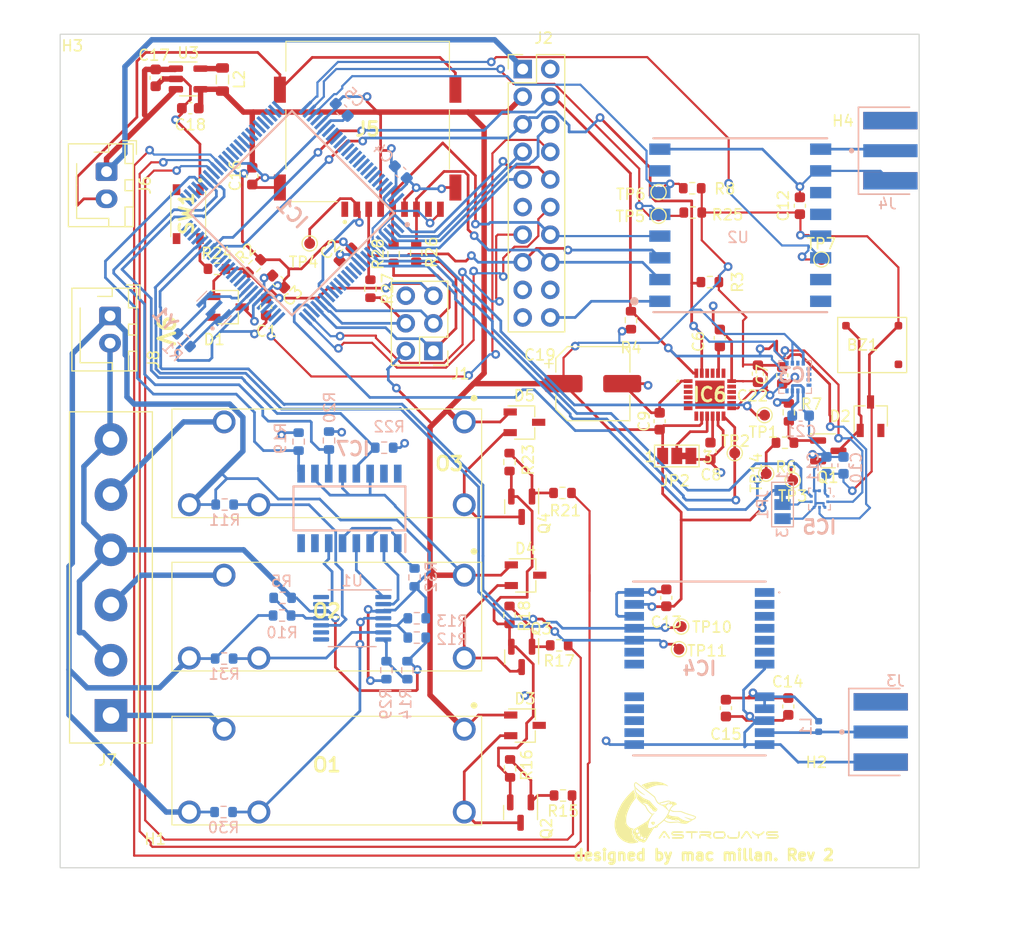
<source format=kicad_pcb>
(kicad_pcb (version 20211014) (generator pcbnew)
  (layers (0 "F.Cu" mixed) (1 "In1.Cu" power "GND.Cu") (2 "In2.Cu" power "GND2.Cu") (31 "B.Cu" mixed) (34 "B.Paste" user) (35 "F.Paste" user) (36 "B.SilkS" user "B.Silkscreen") (37 "F.SilkS" user "F.Silkscreen") (38 "B.Mask" user) (39 "F.Mask" user) (44 "Edge.Cuts" user))
  (net 0 "")
  (net 1 "/microcontroller/RESET")
  (net 2 "GND")
  (net 3 "+3V3")
  (net 4 "Net-(C6-Pad2)")
  (net 5 "Net-(C8-Pad1)")
  (net 6 "+BATT")
  (net 7 "+5V")
  (net 8 "Net-(C21-Pad1)")
  (net 10 "Net-(BZ1-Pad3)")
  (net 13 "/RX0")
  (net 14 "/TX0")
  (net 15 "/OPT3")
  (net 16 "/OPT2")
  (net 17 "/MMC_INT")
  (net 18 "/BMP_INT")
  (net 19 "/MPU_INT")
  (net 27 "/SD_CS")
  (net 28 "/SCK")
  (net 29 "/MOSI")
  (net 30 "/MISO")
  (net 31 "/Buzzer")
  (net 32 "/OPT5")
  (net 33 "/OPT4")
  (net 34 "/OPT1")
  (net 38 "Net-(IC1-Pad33)")
  (net 39 "Net-(IC1-Pad34)")
  (net 48 "/SCL")
  (net 49 "/SDA")
  (net 50 "/RX1")
  (net 51 "/TX1")
  (net 60 "/ID3")
  (net 61 "/ID1")
  (net 62 "/ID2")
  (net 76 "/LoRa_CS")
  (net 77 "/LoRa_RESET")
  (net 108 "Net-(C14-Pad2)")
  (net 109 "/ANT_NEO")
  (net 116 "Net-(IC5-Pad6)")
  (net 123 "Net-(IC6-Pad9)")
  (net 131 "Net-(D3-Pad2)")
  (net 134 "Net-(Q1-Pad1)")
  (net 140 "/microcontroller/SCK_JTAG")
  (net 141 "/SD_CD")
  (net 145 "Net-(D4-Pad2)")
  (net 146 "Net-(D5-Pad2)")
  (net 147 "/LoRa_Ready")
  (net 148 "/igniter/osense1_hv")
  (net 149 "GND1")
  (net 150 "/igniter/osense2_hv")
  (net 151 "/igniter/osense3_hv")
  (net 156 "Net-(J4-Pad1)")
  (net 157 "/igniter/igniter1-out")
  (net 158 "/igniter/igniter2-out")
  (net 159 "/igniter/igniter3-out")
  (net 160 "+9V")
  (net 161 "Net-(L2-Pad1)")
  (net 162 "Net-(Q2-Pad1)")
  (net 163 "Net-(Q3-Pad1)")
  (net 164 "Net-(Q4-Pad1)")
  (net 165 "Net-(R12-Pad1)")
  (net 166 "Net-(R10-Pad2)")
  (net 167 "/igniter/igniter1")
  (net 168 "/igniter/igniter2")
  (net 169 "/igniter/igniter3")
  (net 170 "/igniter/sense_1")
  (net 171 "/igniter/sense_2")
  (net 172 "/igniter/sense_3")
  (net 173 "Net-(R24-Pad1)")
  (net 174 "Net-(R14-Pad1)")
  (net 175 "Net-(IC7-Pad1)")
  (net 176 "/microcontroller/MOSI_JTAG")
  (net 177 "/microcontroller/MISO_JTAG")
  (footprint "Capacitor_SMD:C_0603_1608Metric" (layer "F.Cu") (at 73.7108 75.2218 90)
    (fp_text reference "C15")
    (fp_text value "47n")
  )
  (footprint "Package_TO_SOT_SMD:TSOT-23" (layer "F.Cu") (at 27.8892 38.3032)
    (fp_text reference "D1")
    (fp_text value "D")
  )
  (footprint "Capacitor_SMD:CP_Elec_6.3x7.7" (layer "F.Cu") (at 61.468 45.3644)
    (fp_text reference "C19")
    (fp_text value "C_Polarized")
  )
  (footprint "Footprint:G6RL1DC5" (layer "F.Cu") (at 49.6316 62.992 180)
    (fp_text reference "O2")
    (fp_text value "G6RL-1-DC3" hide)
  )
  (footprint "Footprint:full_logo_21.3mmx9.3mm" (layer "F.Cu") (at 72.618564 84.55505)
    (fp_text reference "G***" hide)
    (fp_text value "LOGO" hide)
  )
  (footprint "MountingHole:MountingHole_3.2mm_M3" (layer "F.Cu") (at 82.9564 84.4804)
    (fp_text reference "H2")
    (fp_text value "MountingHole")
  )
  (footprint "MountingHole:MountingHole_3.2mm_M3" (layer "F.Cu") (at 82.1944 17.3228)
    (fp_text reference "H4")
    (fp_text value "MountingHole")
  )
  (footprint "Connector_JST:JST_XH_B2B-XH-AM_1x02_P2.50mm_Vertical" (layer "F.Cu") (at 16.7132 25.8572 -90)
    (fp_text reference "J6")
    (fp_text value "JSTXH-1x02")
  )
  (footprint "Package_TO_SOT_SMD:TSOT-23-5" (layer "F.Cu") (at 24.2316 17.3228)
    (fp_text reference "U3")
    (fp_text value "ADP2108AUJ-3.3")
  )
  (footprint "Resistor_SMD:R_0603_1608Metric" (layer "F.Cu") (at 53.848 80.772 90)
    (fp_text reference "R16")
    (fp_text value "10k")
  )
  (footprint "TestPoint:TestPoint_Pad_D1.0mm" (layer "F.Cu") (at 82.4992 33.9344)
    (fp_text reference "TP7")
    (fp_text value "TestPoint" hide)
  )
  (footprint "TestPoint:TestPoint_Pad_D1.0mm" (layer "F.Cu") (at 77.4192 53.6448 90)
    (fp_text reference "TP14")
    (fp_text value "Buzzer")
  )
  (footprint "Package_TO_SOT_SMD:TSOT-23" (layer "F.Cu") (at 55.1688 48.9204)
    (fp_text reference "D5")
    (fp_text value "D")
  )
  (footprint "Footprint:G6RL1DC5" (layer "F.Cu") (at 49.6316 48.8866 180)
    (fp_text reference "O3")
    (fp_text value "G6RL-1-DC3" hide)
  )
  (footprint "TerminalBlock:TerminalBlock_bornier-6_P5.08mm" (layer "F.Cu") (at 17.1196 75.8952 90)
    (fp_text reference "J7")
    (fp_text value "Screw_Terminal_01x06" hide)
  )
  (footprint "Footprint:MPU6050" (layer "F.Cu") (at 72.2376 46.3804)
    (fp_text reference "IC6")
    (fp_text value "MPU-6050" hide)
  )
  (footprint "Capacitor_SMD:C_0603_1608Metric" (layer "F.Cu") (at 76.6572 44.45 -90)
    (fp_text reference "C22")
    (fp_text value "1u")
  )
  (footprint "Resistor_SMD:R_0603_1608Metric" (layer "F.Cu") (at 30.3276 34.544 -135)
    (fp_text reference "R2")
    (fp_text value "10K")
  )
  (footprint "TestPoint:TestPoint_Pad_D1.0mm" (layer "F.Cu") (at 69.596 67.7164)
    (fp_text reference "TP10")
    (fp_text value "TX1" hide)
  )
  (footprint "Resistor_SMD:R_0603_1608Metric" (layer "F.Cu") (at 53.7972 66.6496 90)
    (fp_text reference "R18")
    (fp_text value "10k")
  )
  (footprint "Capacitor_SMD:C_0603_1608Metric" (layer "F.Cu") (at 24.4218 20.0152)
    (fp_text reference "C18")
    (fp_text value "10u")
  )
  (footprint "TestPoint:TestPoint_Pad_D1.0mm" (layer "F.Cu") (at 74.5236 51.7583)
    (fp_text reference "TP2")
    (fp_text value "MPU_INT" hide)
  )
  (footprint "Capacitor_SMD:C_0603_1608Metric" (layer "F.Cu") (at 32.512 35.9664 135)
    (fp_text reference "C3")
    (fp_text value "0.1u")
  )
  (footprint "Resistor_SMD:R_0603_1608Metric" (layer "F.Cu") (at 45.212 33.3248 90)
    (fp_text reference "R26")
    (fp_text value "330")
  )
  (footprint "Connector_PinHeader_2.54mm:PinHeader_2x03_P2.54mm_Vertical" (layer "F.Cu") (at 46.7918 42.3522 180)
    (fp_text reference "J1")
    (fp_text value "ICSP")
  )
  (footprint "Capacitor_SMD:C_0603_1608Metric" (layer "F.Cu") (at 78.8924 44.6024 90)
    (fp_text reference "C7")
    (fp_text value "0.1u")
  )
  (footprint "MountingHole:MountingHole_3.2mm_M3" (layer "F.Cu") (at 16.3068 17.6784)
    (fp_text reference "H3")
    (fp_text value "MountingHole")
  )
  (footprint "Resistor_SMD:R_0603_1608Metric" (layer "F.Cu") (at 79.502 48.006 -90)
    (fp_text reference "R7")
    (fp_text value "10k")
  )
  (footprint "Resistor_SMD:R_0603_1608Metric" (layer "F.Cu") (at 72.2376 36.0172 180)
    (fp_text reference "R3")
    (fp_text value "10k")
  )
  (footprint "TestPoint:TestPoint_Pad_D1.0mm" (layer "F.Cu") (at 77.2668 48.26)
    (fp_text reference "TP1")
    (fp_text value "MMC_INT")
  )
  (footprint "TestPoint:TestPoint_Pad_D1.0mm" (layer "F.Cu") (at 67.5132 29.9212)
    (fp_text reference "TP5")
    (fp_text value "LoRa_CS" hide)
  )
  (footprint "Capacitor_SMD:C_0603_1608Metric" (layer "F.Cu") (at 31.3944 38.3032 -90)
    (fp_text reference "C1")
    (fp_text value "100nF")
  )
  (footprint "Package_TO_SOT_SMD:SOT-23" (layer "F.Cu") (at 54.9148 56.6928 -90)
    (fp_text reference "Q4")
    (fp_text value "BSS138")
  )
  (footprint "Resistor_SMD:R_0603_1608Metric" (layer "F.Cu") (at 79.1464 50.8)
    (fp_text reference "R6")
    (fp_text value "100")
  )
  (footprint "Resistor_SMD:R_0603_1608Metric" (layer "F.Cu") (at 70.612 27.3812)
    (fp_text reference "R8")
    (fp_text value "100k")
  )
  (footprint "Capacitor_SMD:C_0603_1608Metric" (layer "F.Cu") (at 79.4512 75.0694 90)
    (fp_text reference "C14")
    (fp_text value "47n")
  )
  (footprint "Package_TO_SOT_SMD:TSOT-23" (layer "F.Cu") (at 87.0204 48.3616 90)
    (fp_text reference "D2")
    (fp_text value "D")
  )
  (footprint "TestPoint:TestPoint_Pad_D1.0mm" (layer "F.Cu") (at 69.3928 69.7992)
    (fp_text reference "TP11")
    (fp_text value "RX1" hide)
  )
  (footprint "Capacitor_SMD:C_0603_1608Metric" (layer "F.Cu") (at 80.518 28.9938 90)
    (fp_text reference "C12")
    (fp_text value "0.1u")
  )
  (footprint "Resistor_SMD:R_0603_1608Metric" (layer "F.Cu") (at 43.1292 33.4386 90)
    (fp_text reference "R28")
    (fp_text value "330")
  )
  (footprint "Footprint:MEM20750014001A" (layer "F.Cu") (at 40.7416 21.59 180)
    (fp_text reference "J5")
    (fp_text value "MEM2075-00-140-01-A" hide)
  )
  (footprint "Capacitor_SMD:C_0603_1608Metric" (layer "F.Cu") (at 21.2344 17.2212 90)
    (fp_text reference "C17")
    (fp_text value "4.7u")
  )
  (footprint "Resistor_SMD:R_0603_1608Metric" (layer "F.Cu") (at 58.674 55.4228 180)
    (fp_text reference "R21")
    (fp_text value "100")
  )
  (footprint "Resistor_SMD:R_0603_1608Metric" (layer "F.Cu") (at 58.7248 83.2612 180)
    (fp_text reference "R15")
    (fp_text value "100")
  )
  (footprint "Capacitor_SMD:C_0603_1608Metric" (layer "F.Cu") (at 73.152 41.161 -90)
    (fp_text reference "C6")
    (fp_text value "2.2n")
  )
  (footprint "custom:TE054003" (layer "F.Cu") (at 89.5858 39.7764 180)
    (fp_text reference "BZ1")
    (fp_text value "TE054003-5" hide)
  )
  (footprint "Package_TO_SOT_SMD:SOT-23" (layer "F.Cu") (at 54.9148 70.5104 -90)
    (fp_text reference "Q3")
    (fp_text value "BSS138")
  )
  (footprint "Capacitor_SMD:C_0603_1608Metric" (layer "F.Cu") (at 30.1244 26.2636 -90)
    (fp_text reference "C16")
    (fp_text value "10u")
  )
  (footprint "Footprint:G6RL1DC5" (layer "F.Cu") (at 49.6316 77.1652 180)
    (fp_text reference "O1")
    (fp_text value "G6RL-1-DC3" hide)
  )
  (footprint "Capacitor_SMD:C_0603_1608Metric" (layer "F.Cu") (at 72.2884 51.562 -90)
    (fp_text reference "C8")
    (fp_text value "0.1u")
  )
  (footprint "Capacitor_SMD:C_0603_1608Metric" (layer "F.Cu") (at 38.7096 33.4772 -135)
    (fp_text reference "C2")
    (fp_text value "0.1u")
  )
  (footprint "Connector_PinHeader_2.54mm:PinHeader_2x10_P2.54mm_Vertical" (layer "F.Cu") (at 55.0114 16.4134)
    (fp_text reference "J2")
    (fp_text value "Conn_02x10_Counter_Clockwise" hide)
  )
  (footprint "Package_TO_SOT_SMD:TSOT-23" (layer "F.Cu") (at 55.2196 76.8096)
    (fp_text reference "D3")
    (fp_text value "D")
  )
  (footprint "Resistor_SMD:R_0603_1608Metric" (layer "F.Cu") (at 64.9732 39.5224 90)
    (fp_text reference "R4")
    (fp_text value "10k")
  )
  (footprint "Resistor_SMD:R_0603_1608Metric" (layer "F.Cu") (at 26.8732 34.798)
    (fp_text reference "R24")
    (fp_text value "330k")
  )
  (footprint "TestPoint:TestPoint_Pad_D1.0mm" (layer "F.Cu") (at 67.5132 27.7368)
    (fp_text reference "TP6")
    (fp_text value "LoRa_RESET" hide)
  )
  (footprint "Jumper:SolderJumper-3_P1.3mm_Bridged12_Pad1.0x1.5mm_NumberLabels" (layer "F.Cu") (at 69.1896 52.0192 180)
    (fp_text reference "JP2")
    (fp_text value "SolderJumper_3_Bridged12" hide)
  )
  (footprint "Package_TO_SOT_SMD:TSOT-23" (layer "F.Cu") (at 55.2704 62.992)
    (fp_text reference "D4")
    (fp_text value "D")
  )
  (footprint "MountingHole:MountingHole_3.2mm_M3" (layer "F.Cu") (at 16.764 85.852)
    (fp_text reference "H1")
    (fp_text value "MountingHole")
  )
  (footprint "TestPoint:TestPoint_Pad_D1.0mm" (layer "F.Cu") (at 79.8576 54.2544 180)
    (fp_text reference "TP3")
    (fp_text value "BMP_INT")
  )
  (footprint "Footprint:PTS815SJK250SMTRLFS" (layer "F.Cu") (at 24.2316 29.7648 -90)
    (fp_text reference "SW1")
    (fp_text value "SW_Push" hide)
  )
  (footprint "Resistor_SMD:R_0603_1608Metric" (layer "F.Cu") (at 53.7972 52.578 90)
    (fp_text reference "R23")
    (fp_text value "10k")
  )
  (footprint "Resistor_SMD:R_0603_1608Metric" (layer "F.Cu") (at 70.6628 29.6164)
    (fp_text reference "R25")
    (fp_text value "100k")
  )
  (footprint "Resistor_SMD:R_0603_1608Metric" (layer "F.Cu") (at 58.3692 69.4436 180)
    (fp_text reference "R17")
    (fp_text value "100")
  )
  (footprint "Capacitor_SMD:C_0603_1608Metric" (layer "F.Cu") (at 68.2244 65.0748 90)
    (fp_text reference "C13")
    (fp_text value "0.1u")
  )
  (footprint "Connector_JST:JST_XH_B2B-XH-AM_1x02_P2.50mm_Vertical" (layer "F.Cu") (at 17.035 39.136 -90)
    (fp_text reference "J8")
    (fp_text value "JSTXH-1x02")
  )
  (footprint "Resistor_SMD:R_0603_1608Metric" (layer "F.Cu") (at 40.9956 36.6268 90)
    (fp_text reference "R27")
    (fp_text value "330")
  )
  (footprint "Package_TO_SOT_SMD:SOT-23" (layer "F.Cu") (at 83.1319 51.5468)
    (fp_text reference "Q1")
    (fp_text value "BSS138")
  )
  (footprint "TestPoint:TestPoint_Pad_D1.0mm" (layer "F.Cu") (at 35.4076 32.4612 -90)
    (fp_text reference "TP4")
    (fp_text value "SD_CS")
  )
  (footprint "Capacitor_SMD:C_0603_1608Metric" (layer "F.Cu") (at 67.6148 48.8188 90)
    (fp_text reference "C9")
    (fp_text value "10n")
  )
  (footprint "Package_TO_SOT_SMD:SOT-23" (layer "F.Cu") (at 54.8132 84.836 -90)
    (fp_text reference "Q2")
    (fp_text value "BSS138")
  )
  (footprint "Inductor_SMD:L_0805_2012Metric" (layer "F.Cu") (at 27.3812 17.3736 -90)
    (fp_text reference "L2")
    (fp_text value "1uH")
  )
  (footprint "Footprint:SOIC127P700X230-16N" (layer "B.Cu") (at 39.0652 56.8452 90)
    (fp_text reference "IC7")
    (fp_text value "PS2801C-4-F3-A" hide)
  )
  (footprint "Footprint:QFP50P1600X1600X120-100N" (layer "B.Cu") (at 33.782 29.6672 135)
    (fp_text reference "IC1")
    (fp_text value "ATMEGA2560-16AU" hide)
  )
  (footprint "Footprint:BMP388" (layer "B.Cu") (at 82.3242 55.9816 90)
    (fp_text reference "IC5")
    (fp_text value "BMP388" hide)
  )
  (footprint "Resistor_SMD:R_0603_1608Metric" (layer "B.Cu") (at 45.2628 68.7324)
    (fp_text reference "R12")
    (fp_text value "1k")
  )
  (footprint "Footprint:MMC5983MA" (layer "B.Cu") (at 80.0804 44.7548 180)
    (fp_text reference "IC3")
    (fp_text value "MMC5983MA" hide)
  )
  (footprint "Package_SO:TSSOP-14_4.4x5mm_P0.65mm" (layer "B.Cu") (at 39.3192 66.9544 180)
    (fp_text reference "U1")
    (fp_text value "LM339")
  )
  (footprint "Capacitor_SMD:C_0603_1608Metric" (layer "B.Cu") (at 80.5884 48.3108)
    (fp_text reference "C21")
    (fp_text value "10u")
  )
  (footprint "Resistor_SMD:R_0603_1608Metric" (layer "B.Cu") (at 34.3916 50.6984 90)
    (fp_text reference "R19")
    (fp_text value "100")
  )
  (footprint "Resistor_SMD:R_0603_1608Metric" (layer "B.Cu") (at 37.1856 50.5968 90)
    (fp_text reference "R20")
    (fp_text value "100")
  )
  (footprint "Resistor_SMD:R_0603_1608Metric" (layer "B.Cu") (at 32.8676 66.7004)
    (fp_text reference "R10")
    (fp_text value "100k")
  )
  (footprint "Inductor_SMD:L_0402_1005Metric" (layer "B.Cu") (at 82.2452 76.9112 -90)
    (fp_text reference "L1")
    (fp_text value "27nH")
  )
  (footprint "Capacitor_SMD:C_0603_1608Metric" (layer "B.Cu") (at 84.5312 52.8828 90)
    (fp_text reference "C10")
    (fp_text value "0.1u")
  )
  (footprint "Jumper:SolderJumper-3_P1.3mm_Bridged12_Pad1.0x1.5mm_NumberLabels" (layer "B.Cu") (at 78.9206 56.4896 -90)
    (fp_text reference "JP1")
    (fp_text value "SolderJumper_3_Bridged12" hide)
  )
  (footprint "Capacitor_SMD:C_0603_1608Metric" (layer "B.Cu") (at 38.354 20.1676 -45)
    (fp_text reference "C5")
    (fp_text value "0.1u")
  )
  (footprint "Resistor_SMD:R_0603_1608Metric" (layer "B.Cu") (at 27.5336 70.6628)
    (fp_text reference "R31")
    (fp_text value "100k")
  )
  (footprint "Resistor_SMD:R_0603_1608Metric" (layer "B.Cu") (at 23.823361 41.364981 135)
    (fp_text reference "R1")
    (fp_text value "1M")
  )
  (footprint "Resistor_SMD:R_0603_1608Metric" (layer "B.Cu") (at 45.0596 63.1952 -90)
    (fp_text reference "R32")
    (fp_text value "100")
  )
  (footprint "Capacitor_SMD:C_0603_1608Metric" (layer "B.Cu") (at 43.7896 25.908 -45)
    (fp_text reference "C4")
    (fp_text value "0.1u")
  )
  (footprint "Footprint:RF_Solutions_Ltd.-CON-SMA-EDGE-S-MFG" (layer "B.Cu") (at 95.217 77.4192 90)
    (fp_text reference "J3")
    (fp_text value "Conn_Coaxial" hide)
  )
  (footprint "Resistor_SMD:R_0603_1608Metric" (layer "B.Cu") (at 27.5844 56.4896)
    (fp_text reference "R11")
    (fp_text value "100k")
  )
  (footprint "Resistor_SMD:R_0603_1608Metric" (layer "B.Cu") (at 42.2656 51.2572)
    (fp_text reference "R22")
    (fp_text value "100")
  )
  (footprint "Resistor_SMD:R_0603_1608Metric" (layer "B.Cu") (at 42.4688 71.7296 90)
    (fp_text reference "R29")
    (fp_text value "100k")
  )
  (footprint "Footprint:NEO6M0" (layer "B.Cu") (at 71.2724 71.5772)
    (fp_text reference "IC4")
    (fp_text value "NEO-6M-0" hide)
  )
  (footprint "Resistor_SMD:R_0603_1608Metric" (layer "B.Cu") (at 32.9184 65.0748)
    (fp_text reference "R5")
    (fp_text value "1k")
  )
  (footprint "Footprint:RF_Solutions_Ltd.-CON-SMA-EDGE-S-MFG" (layer "B.Cu") (at 96.1092 23.9268 90)
    (fp_text reference "J4")
    (fp_text value "Conn_Coaxial" hide)
  )
  (footprint "Resistor_SMD:R_0603_1608Metric" (layer "B.Cu") (at 45.2628 66.9544 180)
    (fp_text reference "R13")
    (fp_text value "100k")
  )
  (footprint "Footprint:XCVR_RFM95W-868S2" (layer "B.Cu") (at 75.0316 30.7848)
    (fp_text reference "U2")
    (fp_text value "RFM95W-868S2")
  )
  (footprint "Resistor_SMD:R_0603_1608Metric" (layer "B.Cu") (at 27.4828 84.7852)
    (fp_text reference "R30")
    (fp_text value "100k")
  )
  (footprint "Resistor_SMD:R_0603_1608Metric" (layer "B.Cu") (at 44.3992 71.7296 90)
    (fp_text reference "R14")
    (fp_text value "1k")
  )
  (footprint "Footprint:CSTNE16M0V530000R0" (layer "B.Cu") (at 26.303608 38.741049 135)
    (fp_text reference "Y1")
    (fp_text value "CSTNE16M0V530000R0" hide)
  )
  (footprint "Capacitor_SMD:C_0603_1608Metric" (layer "B.Cu") (at 82.9564 52.8828 90)
    (fp_text reference "C11")
    (fp_text value "0.1u")
  )
  (gr_rect (start 12.446 89.916) (end 91.4908 13.208) (layer "Edge.Cuts") (width 0.1) (fill none))
  (gr_text "designed by mac millan. Rev 2\n" (at 71.6788 88.7476) (layer "F.SilkS") (effects (font (size 1 1) (thickness 0.25))))
  (gr_text "9V" (at 22.1488 40.4876 270) (layer "F.SilkS") (effects (font (size 1.5 1.5) (thickness 0.3))))
  (segment (start 31.3944 37.5282) (end 31.3944 36.777526) (width 0.25) (layer "F.Cu") (net 1))
  (segment (start 42.418 36.576) (end 37.084 36.576) (width 0.25) (layer "F.Cu") (net 1))
  (segment (start 32.608545 37.491909) (end 31.894162 36.777526) (width 0.25) (layer "F.Cu") (net 1))
  (segment (start 31.894162 36.777526) (end 31.3944 36.777526) (width 0.25) (layer "F.Cu") (net 1))
  (segment (start 36.168091 37.491909) (end 32.608545 37.491909) (width 0.25) (layer "F.Cu") (net 1))
  (segment (start 42.8468 36.1472) (end 45.6668 36.1472) (width 0.25) (layer "F.Cu") (net 1))
  (segment (start 27.6982 34.798) (end 29.414874 34.798) (width 0.25) (layer "F.Cu") (net 1))
  (segment (start 26.5792 35.917) (end 27.6982 34.798) (width 0.25) (layer "F.Cu") (net 1))
  (segment (start 31.3944 36.777526) (end 29.744237 35.127363) (width 0.25) (layer "F.Cu") (net 1))
  (segment (start 42.418 36.576) (end 42.8468 36.1472) (width 0.25) (layer "F.Cu") (net 1))
  (segment (start 37.084 36.576) (end 36.168091 37.491909) (width 0.25) (layer "F.Cu") (net 1))
  (segment (start 29.414874 34.798) (end 29.744237 35.127363) (width 0.25) (layer "F.Cu") (net 1))
  (segment (start 26.5792 37.3532) (end 26.5792 35.917) (width 0.25) (layer "F.Cu") (net 1))
  (segment (start 45.6668 36.1472) (end 46.7918 37.2722) (width 0.25) (layer "F.Cu") (net 1))
  (via (at 32.608545 37.491909) (size 0.8) (drill 0.4) (layers "F.Cu" "B.Cu") (net 1))
  (via (at 42.418 36.576) (size 0.8) (drill 0.4) (layers "F.Cu" "B.Cu") (net 1))
  (segment (start 32.608545 37.491909) (end 32.534498 37.417862) (width 0.25) (layer "B.Cu") (net 1))
  (segment (start 42.418 36.576) (end 42.926 36.068) (width 0.25) (layer "B.Cu") (net 1))
  (segment (start 42.926 36.068) (end 45.5876 36.068) (width 0.25) (layer "B.Cu") (net 1))
  (segment (start 32.534498 37.417862) (end 31.688193 37.417862) (width 0.25) (layer "B.Cu") (net 1))
  (segment (start 45.5876 36.068) (end 46.7918 37.2722) (width 0.25) (layer "B.Cu") (net 1))
  (segment (start 31.688193 37.417862) (end 31.13035 37.975705) (width 0.25) (layer "B.Cu") (net 1))
  (segment (start 38.161592 33.517208) (end 38.2016 33.4772) (width 0.25) (layer "F.Cu") (net 2))
  (segment (start 52.7812 78.8924) (end 52.7812 80.5302) (width 0.25) (layer "F.Cu") (net 2))
  (segment (start 54.5084 78.8924) (end 52.7812 78.8924) (width 0.25) (layer "F.Cu") (net 2))
  (segment (start 74.2376 41.4716) (end 73.152 40.386) (width 0.25) (layer "F.Cu") (net 2))
  (segment (start 73.4568 51.1686) (end 72.2884 52.337) (width 0.25) (layer "F.Cu") (net 2))
  (segment (start 80.518 27.2288) (end 80.518 28.2188) (width 0.2) (layer "F.Cu") (net 2))
  (segment (start 75.907554 75.970236) (end 75.5904 76.28739) (width 0.25) (layer "F.Cu") (net 2))
  (segment (start 55.3212 73.9648) (end 55.2196 74.0664) (width 0.25) (layer "F.Cu") (net 2))
  (segment (start 52.3748 65.6336) (end 52.9844 65.024) (width 0.25) (layer "F.Cu") (net 2))
  (segment (start 53.9648 69.5729) (end 54.378341 69.5729) (width 0.25) (layer "F.Cu") (net 2))
  (segment (start 30.747 26.416) (end 30.1244 27.0386) (width 0.25) (layer "F.Cu") (net 2))
  (segment (start 78.4352 47.0916) (end 79.4126 47.0916) (width 0.25) (layer "F.Cu") (net 2))
  (segment (start 31.211781 35.641019) (end 31.741365 35.641019) (width 0.25) (layer "F.Cu") (net 2))
  (segment (start 67.6148 48.0438) (end 67.6148 47.1282) (width 0.25) (layer "F.Cu") (net 2))
  (segment (start 72.2884 52.578) (end 73.2536 53.5432) (width 0.25) (layer "F.Cu") (net 2))
  (segment (start 75.5904 76.28739) (end 75.5904 76.3524) (width 0.25) (layer "F.Cu") (net 2))
  (segment (start 25.3066 27.5148) (end 25.3066 23.3254) (width 0.25) (layer "F.Cu") (net 2))
  (segment (start 53.8632 81.6122) (end 53.848 81.597) (width 0.25) (layer "F.Cu") (net 2))
  (segment (start 72.5424 38.2016) (end 72.5424 39.7764) (width 0.25) (layer "F.Cu") (net 2))
  (segment (start 52.3748 67.1576) (end 52.3748 65.6336) (width 0.25) (layer "F.Cu") (net 2))
  (segment (start 55.4228 65.024) (end 55.4228 62.6646) (width 0.25) (layer "F.Cu") (net 2))
  (segment (start 23.768 17.3228) (end 23.0941 17.3228) (width 0.25) (layer "F.Cu") (net 2))
  (segment (start 53.9648 53.5706) (end 53.7972 53.403) (width 0.25) (layer "F.Cu") (net 2))
  (segment (start 44.1366 29.315) (end 44.1366 28.4058) (width 0.25) (layer "F.Cu") (net 2))
  (segment (start 67.6148 48.0438) (end 66.8474 48.0438) (width 0.25) (layer "F.Cu") (net 2))
  (segment (start 30.3276 40.7924) (end 31.3944 39.7256) (width 0.25) (layer "F.Cu") (net 2))
  (segment (start 24.4316 19.2304) (end 24.4316 17.9864) (width 0.25) (layer "F.Cu") (net 2))
  (segment (start 53.8632 83.8985) (end 53.8632 81.6122) (width 0.25) (layer "F.Cu") (net 2))
  (segment (start 30.6324 14.8844) (end 20.32 14.8844) (width 0.25) (layer "F.Cu") (net 2))
  (segment (start 79.4126 47.0916) (end 79.502 47.181) (width 0.25) (layer "F.Cu") (net 2))
  (segment (start 79.4382 45.3774) (end 80.0608 44.7548) (width 0.25) (layer "F.Cu") (net 2))
  (segment (start 54.378341 69.5729) (end 55.9816 71.176159) (width 0.25) (layer "F.Cu") (net 2))
  (segment (start 23.6468 20.4984) (end 23.0632 21.082) (width 0.25) (layer "F.Cu") (net 2))
  (segment (start 82.1944 52.4968) (end 82.1944 52.3748) (width 0.25) (layer "F.Cu") (net 2))
  (segment (start 35.64 15.3416) (end 32.6666 18.315) (width 0.25) (layer "F.Cu") (net 2))
  (segment (start 75.5904 76.3524) (end 78.9432 76.3524) (width 0.25) (layer "F.Cu") (net 2))
  (segment (start 53.9648 55.7553) (end 53.9648 53.5706) (width 0.25) (layer "F.Cu") (net 2))
  (segment (start 55.372 78.0288) (end 54.5084 78.8924) (width 0.25) (layer "F.Cu") (net 2))
  (segment (start 82.1944 52.3748) (end 81.6864 51.8668) (width 0.25) (layer "F.Cu") (net 2))
  (segment (start 14.6196 28.3572) (end 16.7132 28.3572) (width 0.25) (layer "F.Cu") (net 2))
  (segment (start 74.2376 45.1304) (end 75.2548 45.1304) (width 0.2) (layer "F.Cu") (net 2))
  (segment (start 64.168 45.3644) (end 66.3956 45.3644) (width 0.25) (layer "F.Cu") (net 2))
  (segment (start 73.4568 49.6824) (end 73.4568 51.1686) (width 0.25) (layer "F.Cu") (net 2))
  (segment (start 53.7972 69.4053) (end 53.9648 69.5729) (width 0.25) (layer "F.Cu") (net 2))
  (segment (start 31.2928 26.416) (end 30.747 26.416) (width 0.25) (layer "F.Cu") (net 2))
  (segment (start 67.6148 47.1282) (end 69.6126 45.1304) (width 0.25) (layer "F.Cu") (net 2))
  (segment (start 66.9544 64.516) (end 68.0082 64.516) (width 0.25) (layer "F.Cu") (net 2))
  (segment (start 24.4316 17.9864) (end 23.768 17.3228) (width 0.25) (layer "F.Cu") (net 2))
  (segment (start 52.9844 65.024) (end 55.4228 65.024) (width 0.25) (layer "F.Cu") (net 2))
  (segment (start 73.7108 75.9968) (end 75.2348 75.9968) (width 0.25) (layer "F.Cu") (net 2))
  (segment (start 72.2884 52.337) (end 72.2884 52.578) (width 0.25) (layer "F.Cu") (net 2))
  (segment (start 72.5424 39.7764) (end 73.152 40.386) (width 0.25) (layer "F.Cu") (net 2))
  (segment (start 53.7972 67.4746) (end 52.6918 67.4746) (width 0.25) (layer "F.Cu") (net 2))
  (segment (start 19.5072 15.6972) (end 19.5072 20.84206) (width 0.25) (layer "F.Cu") (net 2))
  (segment (start 54.526259 55.7553) (end 53.9648 55.7553) (width 0.25) (layer "F.Cu") (net 2))
  (segment (start 23.6468 20.0152) (end 24.4316 19.2304) (width 0.25) (layer "F.Cu") (net 2))
  (segment (start 48.8166 18.315) (end 48.8166 16.7618) (width 0.25) (layer "F.Cu") (net 2))
  (segment (start 55.9816 73.9648) (end 55.9816 75.9968) (width 0.25) (layer "F.Cu") (net 2))
  (segment (start 32.6666 16.9186) (end 30.6324 14.8844) (width 0.25) (layer "F.Cu") (net 2))
  (segment (start 72.9876 48.3554) (end 72.9876 49.2132) (width 0.25) (layer "F.Cu") (net 2))
  (segment (start 78.9432 76.3524) (end 79.4512 75.8444) (width 0.25) (layer "F.Cu") (net 2))
  (segment (start 14.0208 26.32846) (end 14.0208 28.956) (width 0.25) (layer "F.Cu") (net 2))
  (segment (start 75.2348 75.9968) (end 75.5904 76.3524) (width 0.25) (layer "F.Cu") (net 2))
  (segment (start 52.7812 80.5302) (end 53.848 81.597) (width 0.25) (layer "F.Cu") (net 2))
  (segment (start 53.7972 67.4746) (end 53.7972 69.4053) (width 0.25) (layer "F.Cu") (net 2))
  (segment (start 55.9816 71.176159) (end 55.9816 73.9648) (width 0.25) (layer "F.Cu") (net 2))
  (segment (start 75.3104 45.1364) (end 75.2856 45.1612) (width 0.2) (layer "F.Cu") (net 2))
  (segment (start 23.6468 20.0152) (end 23.6468 20.4984) (width 0.25) (layer "F.Cu") (net 2))
  (segment (start 70.8074 52.337) (end 70.4896 52.0192) (width 0.25) (layer "F.Cu") (net 2))
  (segment (start 25.3066 23.3254) (end 23.0632 21.082) (width 0.25) (layer "F.Cu") (net 2))
  (segment (start 74.2376 45.1304) (end 74.2376 41.4716) (width 0.25) (layer "F.Cu") (net 2))
  (segment (start 44.1366 28.4058) (end 45.212 27.3304) (width 0.25) (layer "F.Cu") (net 2))
  (segment (start 55.88 57.109041) (end 54.526259 55.7553) (width 0.25) (layer "F.Cu") (net 2))
  (segment (start 31.741365 35.641019) (end 31.963992 35.418392) (width 0.25) (layer "F.Cu") (net 2))
  (segment (start 47.3964 15.3416) (end 35.64 15.3416) (width 0.25) (layer "F.Cu") (net 2))
  (segment (start 23.0941 17.3228) (end 21.9078 17.3228) (width 0.5) (layer "F.Cu") (net 2))
  (segment (start 55.9816 75.9968) (end 55.372 76.6064) (width 0.25) (layer "F.Cu") (net 2))
  (segment (start 20.32 14.8844) (end 19.5072 15.6972) (width 0.25) (layer "F.Cu") (net 2))
  (segment (start 48.8166 16.7618) (end 47.3964 15.3416) (width 0.25) (layer "F.Cu") (net 2))
  (segment (start 75.2548 45.1304) (end 75.2856 45.1612) (width 0.2) (layer "F.Cu") (net 2))
  (segment (start 38.161592 34.025208) (end 38.161592 33.517208) (width 0.25) (layer "F.Cu") (net 2))
  (segment (start 19.5072 20.84206) (end 14.0208 26.32846) (width 0.25) (layer "F.Cu") (net 2))
  (segment (start 21.9078 17.3228) (end 21.2344 17.9962) (width 0.5) (layer "F.Cu") (net 2))
  (segment (start 78.8924 45.3774) (end 79.4382 45.3774) (width 0.25) (layer "F.Cu") (net 2))
  (segment (start 52.6918 67.4746) (end 52.3748 67.1576) (width 0.25) (layer "F.Cu") (net 2))
  (segment (start 30.4008 27.315) (end 32.6666 27.315) (width 0.25) (layer "F.Cu") (net 2))
  (segment (start 48.8166 27.315) (end 47.6658 27.315) (width 0.25) (layer "F.Cu") (net 2))
  (segment (start 53.848 81.597) (end 53.848 81.9833) (width 0.25) (layer "F.Cu") (net 2))
  (segment (start 55.9816 73.9648) (end 55.3212 73.9648) (width 0.25) (layer "F.Cu") (net 2))
  (segment (start 72.2884 52.337) (end 70.8074 52.337) (width 0.25) (layer "F.Cu") (net 2))
  (segment (start 66.8474 48.0438) (end 64.168 45.3644) (width 0.25) (layer "F.Cu") (net 2))
  (segment (start 47.6658 27.315) (end 47.5488 27.432) (width 0.25) (layer "F.Cu") (net 2))
  (segment (start 31.3944 39.7256) (end 31.3944 39.0782) (width 0.25) (layer "F.Cu") (net 2))
  (segment (start 66.3956 45.3644) (end 66.548 45.5168) (width 0.25) (layer "F.Cu") (net 2))
  (segment (start 30.1244 27.0386) (end 30.4008 27.315) (width 0.25) (layer "F.Cu") (net 2))
  (segment (start 72.9876 49.2132) (end 73.4568 49.6824) (width 0.25) (layer "F.Cu") (net 2))
  (segment (start 32.6666 18.315) (end 32.6666 16.9186) (width 0.25) (layer "F.Cu") (net 2))
  (segment (start 55.372 76.6064) (end 55.372 78.0288) (width 0.25) (layer "F.Cu") (net 2))
  (segment (start 69.6126 45.1304) (end 70.2376 45.1304) (width 0.25) (layer "F.Cu") (net 2))
  (segment (start 55.4228 62.6646) (end 55.88 62.2074) (width 0.25) (layer "F.Cu") (net 2))
  (segment (start 55.88 62.2074) (end 55.88 57.109041) (width 0.25) (layer "F.Cu") (net 2))
  (segment (start 76.6064 45.1364) (end 75.3104 45.1364) (width 0.2) (layer "F.Cu") (net 2))
  (segment (start 14.0208 28.956) (end 14.6196 28.3572) (width 0.25) (layer "F.Cu") (net 2))
  (segment (start 68.0082 64.516) (end 68.2244 64.2998) (width 0.25) (layer "F.Cu") (net 2))
  (via (at 31.2928 26.416) (size 0.8) (drill 0.4) (layers "F.Cu" "B.Cu") (net 2))
  (via (at 23.0632 21.082) (size 0.8) (drill 0.4) (layers "F.Cu" "B.Cu") (net 2))
  (via (at 38.354 49.8348) (size 0.8) (drill 0.4) (layers "F.Cu" "B.Cu") (net 2))
  (via (at 44.1452 50.8508) (size 0.8) (drill 0.4) (layers "F.Cu" "B.Cu") (net 2))
  (via (at 80.518 27.2288) (size 0.8) (drill 0.4) (layers "F.Cu" "B.Cu") (net 2))
  (via (at 81.6864 51.8668) (size 0.8) (drill 0.4) (layers "F.Cu" "B.Cu") (net 2))
  (via (at 78.4352 47.0916) (size 0.8) (drill 0.4) (layers "F.Cu" "B.Cu") (net 2))
  (via (at 32.8168 50.0888) (size 0.8) (drill 0.4) (layers "F.Cu" "B.Cu") (net 2))
  (via (at 38.2016 33.4772) (size 0.8) (drill 0.4) (layers "F.Cu" "B.Cu") (net 2))
  (via (at 62.6872 78.232) (size 0.8) (drill 0.4) (layers "F.Cu" "B.Cu") (net 2))
  (via (at 66.9544 64.516) (size 0.8) (drill 0.4) (layers "F.Cu" "B.Cu") (net 2))
  (via (at 47.5488 27.432) (size 0.8) (drill 0.4) (layers "F.Cu" "B.Cu") (net 2))
  (via (at 80.0608 44.7548) (size 0.8) (drill 0.4) (layers "F.Cu" "B.Cu") (net 2))
  (via (at 75.907554 75.970236) (size 0.8) (drill 0.4) (layers "F.Cu" "B.Cu") (net 2))
  (via (at 73.2536 53.5432) (size 0.8) (drill 0.4) (layers "F.Cu" "B.Cu") (net 2))
  (via (at 55.2196 74.0664) (size 0.8) (drill 0.4) (layers "F.Cu" "B.Cu") (net 2))
  (via (at 45.212 27.3304) (size 0.8) (drill 0.4) (layers "F.Cu" "B.Cu") (net 2))
  (via (at 30.3276 40.7924) (size 0.8) (drill 0.4) (layers "F.Cu" "B.Cu") (net 2))
  (via (at 31.211781 35.641019) (size 0.8) (drill 0.4) (layers "F.Cu" "B.Cu") (net 2))
  (via (at 66.548 45.5168) (size 0.8) (drill 0.4) (layers "F.Cu" "B.Cu") (net 2))
  (via (at 72.5424 38.2016) (size 0.8) (drill 0.4) (layers "F.Cu" "B.Cu") (net 2))
  (segment (start 44.337608 26.985592) (end 44.337608 26.456008) (width 0.25) (layer "B.Cu") (net 2))
  (segment (start 77.2724 76.3772) (end 76.314518 76.3772) (width 0.25) (layer "B.Cu") (net 2))
  (segment (start 75.438 78.5876) (end 75.438 77.4616) (width 0.25) (layer "B.Cu") (net 2))
  (segment (start 61.326 37.7848) (end 67.6316 37.7848) (width 0.25) (layer "B.Cu") (net 2))
  (segment (start 81.3634 50.223) (end 81.3634 48.3108) (width 0.2) (layer "B.Cu") (net 2))
  (segment (start 65.2724 64.5772) (end 66.8932 64.5772) (width 0.25) (layer "B.Cu") (net 2))
  (segment (start 82.9564 52.1078) (end 82.9564 51.816) (width 0.2) (layer "B.Cu") (net 2))
  (segment (start 75.3364 75.399082) (end 75.907554 75.970236) (width 0.25) (layer "B.Cu") (net 2))
  (segment (start 78.7296 78.5772) (end 80.3656 80.2132) (width 0.25) (layer "B.Cu") (net 2))
  (segment (start 31.211781 36.48006) (end 31.211781 35.641019) (width 0.25) (layer "B.Cu") (net 2))
  (segment (start 30.099 40.5638) (end 30.3276 40.7924) (width 0.25) (layer "B.Cu") (net 2))
  (segment (start 77.074 23.7848) (end 80.518 27.2288) (width 0.25) (layer "B.Cu") (net 2))
  (segment (start 27.2034 40.5638) (end 30.099 40.5638) (width 0.25) (layer "B.Cu") (net 2))
  (segment (start 38.902008 20.715608) (end 38.46321 21.154406) (width 0.25) (layer "B.Cu") (net 2))
  (segment (start 33.0322 49.8734) (end 32.8168 50.0888) (width 0.25) (layer "B.Cu") (net 2))
  (segment (start 79.8304 46.0298) (end 79.8304 46.5048) (width 0.25) (layer "B.Cu") (net 2))
  (segment (start 23.2156 42.164) (end 26.604128 38.775472) (width 0.25) (layer "B.Cu") (net 2))
  (segment (start 75.3364 73.5584) (end 75.3364 75.399082) (width 0.25) (layer "B.Cu") (net 2))
  (segment (start 32.1056 26.416) (end 31.2928 26.416) (width 0.25) (layer "B.Cu") (net 2))
  (segment (start 27.2034 40.5638) (end 26.416 41.3512) (width 0.25) (layer "B.Cu") (net 2))
  (segment (start 75.438 77.4616) (end 76.5224 76.3772) (width 0.25) (layer "B.Cu") (net 2))
  (segment (start 87.9372 25.7848) (end 88.8492 26.6968) (width 0.2) (layer "B.Cu") (net 2))
  (segment (start 30.423243 37.268598) (end 31.211781 36.48006) (width 0.25) (layer "B.Cu") (net 2))
  (segment (start 76.314518 76.3772) (end 75.907554 75.970236) (width 0.25) (layer "B.Cu") (net 2))
  (segment (start 38.291 49.7718) (end 38.354 49.8348) (width 0.25) (layer "B.Cu") (net 2))
  (segment (start 80.8304 47.7778) (end 80.8304 46.0298) (width 0.25) (layer "B.Cu") (net 2))
  (segment (start 80.6014 45.5298) (end 80.8304 45.7588) (width 0.25) (layer "B.Cu") (net 2))
  (segment (start 76.5224 76.3772) (end 77.2724 76.3772) (width 0.25) (layer "B.Cu") (net 2))
  (segment (start 26.604128 38.775472) (end 26.604128 38.440529) (width 0.25) (layer "B.Cu") (net 2))
  (segment (start 79.8304 46.0298) (end 79.8304 45.5548) (width 0.25) (layer "B.Cu") (net 2))
  (segment (start 82.0739 56.3561) (end 81.9487 56.4813) (width 0.2) (layer "B.Cu") (net 2))
  (segment (start 39.969184 34.440171) (end 39.006213 33.4772) (width 0.25) (layer "B.Cu") (net 2))
  (segment (start 82.9564 51.816) (end 81.3634 50.223) (width 0.2) (layer "B.Cu") (net 2))
  (segment (start 23.3172 43.2308) (end 23.2156 43.1292) (width 0.25) (layer "B.Cu") (net 2))
  (segment (start 23.2156 43.1292) (end 23.2156 42.164) (width 0.25) (layer "B.Cu") (net 2))
  (segment (start 77.2724 78.5772) (end 75.6516 78.5772) (width 0.25) (layer "B.Cu") (net 2))
  (segment (start 45.212 27.3304) (end 44.337608 26.456008) (width 0.25) (layer "B.Cu") (net 2))
  (segment (start 81.962 25.7848) (end 80.518 27.2288) (width 0.2) (layer "B.Cu") (net 2))
  (segment (start 79.8304 46.5048) (end 79.4468 46.8884) (width 0.25) (layer "B.Cu") (net 2))
  (segment (start 38.46321 21.154406) (end 37.345047 21.154406) (width 0.25) (layer "B.Cu") (net 2))
  (segment (start 82.6992 56.6186) (end 82.6992 56.3561) (width 0.2) (layer "B.Cu") (net 2))
  (segment (start 27.948369 24.540676) (end 28.506211 25.098518) (width 0.25) (layer "B.Cu") (net 2))
  (segment (start 45.3136 27.432) (end 45.212 27.3304) (width 0.25) (layer "B.Cu") (net 2))
  (segment (start 57.5514 39.2734) (end 59.8374 39.2734) (width 0.25) (layer "B.Cu") (net 2))
  (segment (start 62.6872 78.232) (end 63.0324 78.5772) (width 0.25) (layer "B.Cu") (net 2))
  (segment (start 43.804833 27.518367) (end 44.337608 26.985592) (width 0.25) (layer "B.Cu") (net 2))
  (segment (start 75.438 78.7908) (end 75.438 78.5876) (width 0.25) (layer "B.Cu") (net 2))
  (segment (start 79.8304 45.5548) (end 79.8554 45.5298) (width 0.25) (layer "B.Cu") (net 2))
  (segment (start 75.6516 78.5772) (end 75.438 78.7908) (width 0.25) (layer "B.Cu") (net 2))
  (segment (start 78.3844 47.0408) (end 78.4352 47.0916) (width 0.25) (layer "B.Cu") (net 2))
  (segment (start 82.8242 56.7436) (end 82.6992 56.6186) (width 0.2) (layer "B.Cu") (net 2))
  (segment (start 82.6992 56.3561) (end 82.0739 56.3561) (width 0.2) (layer "B.Cu") (net 2))
  (segment (start 26.416 42.9768) (end 26.162 43.2308) (width 0.25) (layer "B.Cu") (net 2))
  (segment (start 80.8304 45.7588) (end 80.8304 46.0298) (width 0.25) (layer "B.Cu") (net 2))
  (segment (start 80.3656 80.2132) (end 80.3896 80.1892) (width 0.25) (layer "B.Cu") (net 2))
  (segment (start 43.0906 51.2572) (end 43.7388 51.2572) (width 0.25) (layer "B.Cu") (net 2))
  (segment (start 82.9564 52.1078) (end 81.8242 53.24) (width 0.2) (layer "B.Cu") (net 2))
  (segment (start 77.2724 71.1772) (end 77.2724 71.6224) (width 0.25) (layer "B.Cu") (net 2))
  (segment (start 81.8242 55.2196) (end 82.3242 55.2196) (width 0.2) (layer "B.Cu") (net 2))
  (segment (start 63.7944 64.5772) (end 65.2724 64.5772) (width 0.25) (layer "B.Cu") (net 2))
  (segment (start 82.4316 25.7848) (end 87.9372 25.7848) (width 0.2) (layer "B.Cu") (net 2))
  (segment (start 82.7154 51.8668) (end 82.9564 52.1078) (width 0.25) (layer "B.Cu") (net 2))
  (segment (start 75.4276 78.5772) (end 75.438 78.5876) (width 0.25) (layer "B.Cu") (net 2))
  (segment (start 84.5312 52.1078) (end 82.9564 52.1078) (width 0.2) (layer "B.Cu") (net 2))
  (segment (start 59.8374 39.2734) (end 61.326 37.7848) (width 0.25) (layer "B.Cu") (net 2))
  (segment (start 26.416 41.3512) (end 26.416 42.9768) (width 0.25) (layer "B.Cu") (net 2))
  (segment (start 77.2724 78.5772) (end 78.7296 78.5772) (width 0.25) (layer "B.Cu") (net 2))
  (segment (start 77.2724 71.6224) (end 75.3364 73.5584) (width 0.25) (layer "B.Cu") (net 2))
  (segment (start 81.6864 51.8668) (end 82.7154 51.8668) (width 0.25) (layer "B.Cu") (net 2))
  (segment (start 79.8554 45.5298) (end 80.6014 45.5298) (width 0.25) (layer "B.Cu") (net 2))
  (segment (start 39.006213 33.4772) (end 38.2016 33.4772) (width 0.25) (layer "B.Cu") (net 2))
  (segment (start 47.5488 27.432) (end 45.3136 27.432) (width 0.25) (layer "B.Cu") (net 2))
  (segment (start 78.3844 46.8884) (end 78.3844 47.0408) (width 0.25) (layer "B.Cu") (net 2))
  (segment (start 34.3916 49.8734) (end 33.0322 49.8734) (width 0.25) (layer "B.Cu") (net 2))
  (segment (start 82.4316 25.7848) (end 81.962 25.7848) (width 0.2) (layer "B.Cu") (net 2))
  (segment (start 81.9487 56.6191) (end 81.9487 56.4813) (width 0.2) (layer "B.Cu") (net 2))
  (segment (start 28.506211 25.098518) (end 29.975318 25.098518) (width 0.25) (layer "B.Cu") (net 2))
  (segment (start 65.2724 78.5772) (end 75.4276 78.5772) (width 0.25) (layer "B.Cu") (net 2))
  (segment (start 29.975318 25.098518) (end 31.2928 26.416) (width 0.25) (layer "B.Cu") (net 2))
  (segment (start 66.8932 64.5772) (end 66.9544 64.516) (width 0.25) (layer "B.Cu") (net 2))
  (segment (start 63.0324 78.5772) (end 65.2724 78.5772) (width 0.25) (layer "B.Cu") (net 2))
  (segment (start 81.9487 56.4813) (end 81.9487 55.372) (width 0.2) (layer "B.Cu") (net 2))
  (segment (start 36.787204 21.734396) (end 32.1056 26.416) (width 0.25) (layer "B.Cu") (net 2))
  (segment (start 37.1856 49.7718) (end 38.291 49.7718) (width 0.25) (layer "B.Cu") (net 2))
  (segment (start 81.8242 53.24) (end 81.8242 55.2196) (width 0.2) (layer "B.Cu") (net 2))
  (segment (start 81.3634 48.3108) (end 80.8304 47.7778) (width 0.25) (layer "B.Cu") (net 2))
  (segment (start 80.3896 80.1892) (end 87.957 80.1892) (width 0.25) (layer "B.Cu") (net 2))
  (segment (start 63.8308 66.7772) (end 63.6524 66.5988) (width 0.25) (layer "B.Cu") (net 2))
  (segment (start 78.9206 57.7896) (end 80.7782 57.7896) (width 0.2) (layer "B.Cu") (net 2))
  (segment (start 63.6524 64.7192) (end 63.7944 64.5772) (width 0.25) (layer "B.Cu") (net 2))
  (segment (start 67.6316 23.7848) (end 77.074 23.7848) (width 0.25) (layer "B.Cu") (net 2))
  (segment (start 81.8242 56.7436) (end 81.9487 56.6191) (width 0.2) (layer "B.Cu") (net 2))
  (segment (start 36.787204 21.712249) (end 36.787204 21.734396) (width 0.25) (layer "B.Cu") (net 2))
  (segment (start 30.423243 37.343957) (end 27.2034 40.5638) (width 0.25) (layer "B.Cu") (net 2))
  (segment (start 65.2724 66.7772) (end 63.8308 66.7772) (width 0.25) (layer "B.Cu") (net 2))
  (segment (start 43.7388 51.2572) (end 44.1452 50.8508) (width 0.25) (layer "B.Cu") (net 2))
  (segment (start 79.4468 46.8884) (end 78.3844 46.8884) (width 0.25) (layer "B.Cu") (net 2))
  (segment (start 37.345047 21.154406) (end 36.787204 21.712249) (width 0.25) (layer "B.Cu") (net 2))
  (segment (start 43.151165 28.07621) (end 43.709008 27.518367) (width 0.25) (layer "B.Cu") (net 2))
  (segment (start 63.6524 66.5988) (end 63.6524 64.7192) (width 0.25) (layer "B.Cu") (net 2))
  (segment (start 43.709008 27.518367) (end 43.804833 27.518367) (width 0.25) (layer "B.Cu") (net 2))
  (segment (start 80.7782 57.7896) (end 81.8242 56.7436) (width 0.2) (layer "B.Cu") (net 2))
  (segment (start 30.423243 37.268598) (end 30.423243 37.343957) (width 0.25) (layer "B.Cu") (net 2))
  (segment (start 26.162 43.2308) (end 23.3172 43.2308) (width 0.25) (layer "B.Cu") (net 2))
  (segment (start 33.4772 34.798) (end 34.6456 34.798) (width 0.25) (layer "F.Cu") (net 3))
  (segment (start 37.1348 32.3088) (end 38.5064 32.3088) (width 0.25) (layer "F.Cu") (net 3))
  (segment (start 71.4878 29.6164) (end 71.4878 27.432) (width 0.2) (layer "F.Cu") (net 3))
  (segment (start 74.8876 47.2864) (end 76.1492 46.0248) (width 0.2) (layer "F.Cu") (net 3))
  (segment (start 29.6034 26.0096) (end 30.1244 25.4886) (width 0.25) (layer "F.Cu") (net 3))
  (segment (start 59.8424 41.91) (end 58.768 42.9844) (width 0.2) (layer "F.Cu") (net 3))
  (segment (start 80.5688 31.6992) (end 80.5688 29.8196) (width 0.2) (layer "F.Cu") (net 3))
  (segment (start 41.9366 20.6514) (end 41.656 20.3708) (width 0.25) (layer "F.Cu") (net 3))
  (segment (start 34.6456 34.798) (end 37.1348 32.3088) (width 0.25) (layer "F.Cu") (net 3))
  (segment (start 33.060008 36.514408) (end 33.060008 35.824792) (width 0.25) (layer "F.Cu") (net 3))
  (segment (start 46.482 62.484) (end 46.99 62.992) (width 0.5) (layer "F.Cu") (net 3))
  (segment (start 41.656 20.3708) (end 49.9872 20.3708) (width 0.5) (layer "F.Cu") (net 3))
  (segment (start 27.2179 18.2728) (end 27.3812 18.4361) (width 0.5) (layer "F.Cu") (net 3))
  (segment (start 39.126792 32.929192) (end 38.5064 32.3088) (width 0.25) (layer "F.Cu") (net 3))
  (segment (start 87.122 47.2548) (end 87.122 53.4416) (width 0.2) (layer "F.Cu") (net 3))
  (segment (start 87.122 53.4416) (end 85.344 55.2196) (width 0.2) (layer "F.Cu") (net 3))
  (segment (start 74.8876 47.5554) (end 74.8876 47.2864) (width 0.2) (layer "F.Cu") (net 3))
  (segment (start 86.9188 47.0516) (end 87.122 47.2548) (width 0.2) (layer "F.Cu") (net 3))
  (segment (start 30.910963 33.960637) (end 29.21 32.259674) (width 0.25) (layer "F.Cu") (net 3))
  (segment (start 81.426261 31.8008) (end 86.7156 31.8008) (width 0.2) (layer "F.Cu") (net 3))
  (segment (start 71.4878 32.1686) (end 73.914 34.5948) (width 0.2) (layer "F.Cu") (net 3))
  (segment (start 30.226 20.3708) (end 30.1244 20.4724) (width 0.5) (layer "F.Cu") (net 3))
  (segment (start 77.47 44.45) (end 76.6064 43.5864) (width 0.2) (layer "F.Cu") (net 3))
  (segment (start 30.1244 20.4724) (end 30.1244 25.4886) (width 0.5) (layer "F.Cu") (net 3))
  (segment (start 48.0668 47.7928) (end 46.6344 49.2252) (width 0.5) (layer "F.Cu") (net 3))
  (segment (start 42.747 23.9026) (end 42.926 23.7236) (width 0.25) (layer "F.Cu") (net 3))
  (segment (start 64.3514 40.3474) (end 64.1604 40.5384) (width 0.2) (layer "F.Cu") (net 3))
  (segment (start 33.060008 36.514408) (end 32.638979 36.514408) (width 0.25) (layer "F.Cu") (net 3))
  (segment (start 71.4876 48.3554) (end 71.4876 49.0304) (width 0.25) (layer "F.Cu") (net 3))
  (segment (start 73.0626 35.4462) (end 73.0626 36.7406) (width 0.2) (layer "F.Cu") (net 3))
  (segment (start 75.2856 39.5732) (end 75.2856 43.7896) (width 0.2) (layer "F.Cu") (net 3))
  (segment (start 25.3691 18.2728) (end 25.3691 19.8429) (width 0.5) (layer "F.Cu") (net 3))
  (segment (start 33.4772 35.4076) (end 33.4772 34.798) (width 0.25) (layer "F.Cu") (net 3))
  (segment (start 46.482 49.3776) (end 46.482 62.484) (width 0.5) (layer "F.Cu") (net 3))
  (segment (start 49.6316 48.8866) (end 52.9426 48.8866) (width 0.25) (layer "F.Cu") (net 3))
  (segment (start 77.3684 45.8216) (end 77.47 45.72) (width 0.2) (layer "F.Cu") (net 3))
  (segment (start 46.6344 49.2252) (end 46.482 49.3776) (width 0.5) (layer "F.Cu") (net 3))
  (segment (start 67.8896 55.4944) (end 67.8896 52.0192) (width 0.25) (layer "F.Cu") (net 3))
  (segment (start 50.2158 45.6438) (end 50.4952 45.3644) (width 0.5) (layer "F.Cu") (net 3))
  (segment (start 66.9036 65.8876) (end 68.1866 65.8876) (width 0.25) (layer "F.Cu") (net 3))
  (segment (start 77.7638 46.217) (end 77.3684 45.8216) (width 0.2) (layer "F.Cu") (net 3))
  (segment (start 86.7156 31.8008) (end 89.5858 34.671) (width 0.2) (layer "F.Cu") (net 3))
  (segment (start 77.47 45.72) (end 77.47 44.45) (width 0.2) (layer "F.Cu") (net 3))
  (segment (start 69.596 57.912) (end 69.596 57.2008) (width 0.25) (layer "F.Cu") (net 3))
  (segment (start 40.6908 19.4056) (end 41.656 20.3708) (width 0.25) (layer "F.Cu") (net 3))
  (segment (start 73.914 34.5948) (end 73.0626 35.4462) (width 0.2) (layer "F.Cu") (net 3))
  (segment (start 50.9372 75.8596) (end 49.6316 77.1652) (width 0.25) (layer "F.Cu") (net 3))
  (segment (start 75.946 57.912) (end 77.0636 56.7944) (width 0.25) (layer "F.Cu") (net 3))
  (segment (start 76.6572 43.675) (end 78.74 43.675) (width 0.25) (layer "F.Cu") (net 3))
  (segment (start 48.0668 47.7928) (end 49.1606 48.8866) (width 0.5) (layer "F.Cu") (net 3))
  (segment (start 58.768 42.9844) (end 58.768 45.3644) (width 0.2) (layer "F.Cu") (net 3))
  (segment (start 64.9732 40.3474) (end 64.3514 40.3474) (width 0.2) (layer "F.Cu") (net 3))
  (segment (start 69.596 57.912) (end 75.946 57.912) (width 0.25) (layer "F.Cu") (net 3))
  (segment (start 33.4772 34.798) (end 32.639837 33.960637) (width 0.25) (layer "F.Cu") (net 3))
  (segment (start 29.21 32.259674) (end 29.21 26.162) (width 0.25) (layer "F.Cu") (net 3))
  (segment (start 80.3656 29.6164) (end 80.518 29.7688) (width 0.2) (layer "F.Cu") (net 3))
  (segment (start 46.6344 49.022) (end 46.6344 49.2252) (width 0.25) (layer "F.Cu") (net 3))
  (segment (start 68.1866 65.8876) (end 68.2244 65.8498) (width 0.25) (layer "F.Cu") (net 3))
  (segment (start 40.6908 18.9484) (end 40.6908 19.4056) (width 0.25) (layer "F.Cu") (net 3))
  (segment (start 41.9366 29.315) (end 41.9366 23.9026) (width 0.25) (layer "F.Cu") (net 3))
  (segment (start 25.3691 19.8429) (end 25.1968 20.0152) (width 0.5) (layer "F.Cu") (net 3))
  (segment (start 29.3159 20.3708) (end 30.226 20.3708) (width 0.5) (layer "F.Cu") (net 3))
  (segment (start 86.9188 42.6974) (end 89.5858 40.0304) (width 0.25) (layer "F.Cu") (net 3))
  (segment (start 41.9366 23.9026) (end 41.9366 20.6514) (width 0.25) (layer "F.Cu") (net 3))
  (segment (start 62.9974 49.5938) (end 58.768 45.3644) (width 0.25) (layer "F.Cu") (net 3))
  (segment (start 89.5858 34.671) (end 89.5858 40.0304) (width 0.2) (layer "F.Cu") (net 3))
  (segment (start 46.482 74.0156) (end 49.6316 77.1652) (width 0.5) (layer "F.Cu") (net 3))
  (segment (start 77.7638 46.4202) (end 77.7638 46.217) (width 0.2) (layer "F.Cu") (net 3))
  (segment (start 76.5816 43.6112) (end 76.6064 43.5864) (width 0.2) (layer "F.Cu") (net 3))
  (segment (start 86.9188 47.0516) (end 86.9188 42.6974) (width 0.25) (layer "F.Cu") (net 3))
  (segment (start 32.639837 33.960637) (end 30.910963 33.960637) (width 0.25) (layer "F.Cu") (net 3))
  (segment (start 75.2856 43.6112) (end 76.5816 43.6112) (width 0.2) (layer "F.Cu") (net 3))
  (segment (start 39.257608 32.929192) (end 39.126792 32.929192) (width 0.25) (layer "F.Cu") (net 3))
  (segment (start 49.9872 20.3708) (end 53.594 20.3708) (width 0.5) (layer "F.Cu") (net 3))
  (segment (start 41.9366 23.9026) (end 42.747 23.9026) (width 0.25) (layer "F.Cu") (net 3))
  (segment (start 46.99 62.992) (end 49.6316 62.992) (width 0.5) (layer "F.Cu") (net 3))
  (segment (start 49.6316 62.992) (end 53.0104 62.992) (width 0.25) (layer "F.Cu") (net 3))
  (segment (start 68.9226 65.8498) (end 69.596 65.1764) (width 0.25) (layer "F.Cu") (net 3))
  (segment (start 27.3812 18.4361) (end 29.3159 20.3708) (width 0.5) (layer "F.Cu") (net 3))
  (segment (start 81.324661 31.6992) (end 81.426261 31.8008) (width 0.2) (layer "F.Cu") (net 3))
  (segment (start 69.596 65.1764) (end 69.596 57.912) (width 0.25) (layer "F.Cu") (net 3))
  (segment (start 50.4952 45.3644) (end 58.768 45.3644) (width 0.5) (layer "F.Cu") (net 3))
  (segment (start 74.2376 47.6304) (end 74.8126 47.6304) (width 0.2) (layer "F.Cu") (net 3))
  (segment (start 67.8896 49.8686) (end 67.8896 52.0192) (width 0.25) (layer "F.Cu") (net 3))
  (segment (start 69.596 57.2008) (end 67.8896 55.4944) (width 0.25) (layer "F.Cu") (net 3))
  (segment (start 80.5688 31.6992) (end 81.324661 31.6992) (width 0.2) (layer "F.Cu") (net 3))
  (segment (start 67.6148 49.5938) (end 62.9974 49.5938) (width 0.25) (layer "F.Cu") (net 3))
  (segment (start 29.3624 26.0096) (end 29.6034 26.0096) (width 0.25) (layer "F.Cu") (net 3))
  (segment (start 80.5688 29.8196) (end 80.518 29.7688) (width 0.2) (layer "F.Cu") (net 3))
  (segment (start 53.9096 75.8596) (end 50.9372 75.8596) (width 0.25) (layer "F.Cu") (net 3))
  (segment (start 68.2244 65.8498) (end 68.9226 65.8498) (width 0.25) (layer "F.Cu") (net 3))
  (segment (start 48.0668 47.7928) (end 50.2158 45.6438) (width 0.5) (layer "F.Cu") (net 3))
  (segment (start 71.2928 49.2252) (end 67.9834 49.2252) (width 0.25) (layer "F.Cu") (net 3))
  (segment (start 53.0104 62.992) (end 53.9604 62.042) (width 0.25) (layer "F.Cu") (net 3))
  (segment (start 49.1606 48.8866) (end 49.6316 48.8866) (width 0.5) (layer "F.Cu") (net 3))
  (segment (start 51.4604 21.844) (end 51.4604 44.3992) (width 0.5) (layer "F.Cu") (net 3))
  (segment (start 71.4878 29.6164) (end 71.4878 32.1686) (width 0.2) (layer "F.Cu") (net 3))
  (segment (start 76.1492 46.0248) (end 77.1652 46.0248) (width 0.2) (layer "F.Cu") (net 3))
  (segment (start 30.226 20.3708) (end 41.656 20.3708) (width 0.5) (layer "F.Cu") (net 3))
  (segment (start 51.4604 44.3992) (end 50.2158 45.6438) (width 0.5) (layer "F.Cu") (net 3))
  (segment (start 33.060008 35.824792) (end 33.4772 35.4076) (width 0.25) (layer "F.Cu") (net 3))
  (segment (start 71.4878 29.6164) (end 80.3656 29.6164) (width 0.2) (layer "F.Cu") (net 3))
  (segment (start 43.3832 45.7708) (end 46.6344 49.022) (width 0.25) (layer "F.Cu") (net 3))
  (segment (start 77.1652 46.0248) (end 77.3684 45.8216) (width 0.2) (layer "F.Cu") (net 3))
  (segment (start 67.9834 49.2252) (end 67.6148 49.5938) (width 0.25) (layer "F.Cu") (net 3))
  (segment (start 32.638979 36.514408) (end 32.459191 36.33462) (width 0.25) (layer "F.Cu") (net 3))
  (segment (start 30.3276 39.624) (end 30.3276 39.4316) (width 0.25) (layer "F.Cu") (net 3))
  (segment (start 71.4878 27.432) (end 71.437 27.3812) (width 0.2) (layer "F.Cu") (net 3))
  (segment (start 73.0626 36.7406) (end 75.5904 39.2684) (width 0.2) (layer "F.Cu") (net 3))
  (segment (start 78.74 43.675) (end 78.8924 43.8274) (width 0.25) (layer "F.Cu") (net 3))
  (segment (start 29.21 26.162) (end 29.3624 26.0096) (width 0.25) (layer "F.Cu") (net 3))
  (segment (start 75.5904 39.2684) (end 75.2856 39.5732) (width 0.2) (layer "F.Cu") (net 3))
  (segment (start 74.8126 47.6304) (end 74.8876 47.5554) (width 0.2) (layer "F.Cu") (net 3))
  (segment (start 52.9426 48.8866) (end 53.8588 47.9704) (width 0.25) (layer "F.Cu") (net 3))
  (segment (start 49.9872 20.3708) (end 51.4604 21.844) (width 0.5) (layer "F.Cu") (net 3))
  (segment (start 71.4876 49.0304) (end 71.2928 49.2252) (width 0.25) (layer "F.Cu") (net 3))
  (segment (start 53.594 20.3708) (end 55.0114 18.9534) (width 0.5) (layer "F.Cu") (net 3))
  (segment (start 46.482 62.484) (end 46.482 74.0156) (width 0.5) (layer "F.Cu") (net 3))
  (segment (start 30.3276 39.4316) (end 29.1992 38.3032) (width 0.25) (layer "F.Cu") (net 3))
  (segment (start 25.3691 18.2728) (end 27.2179 18.2728) (width 0.5) (layer "F.Cu") (net 3))
  (segment (start 67.6148 49.5938) (end 67.8896 49.8686) (width 0.25) (layer "F.Cu") (net 3))
  (via (at 38.5064 32.3088) (size 0.8) (drill 0.4) (layers "F.Cu" "B.Cu") (net 3))
  (via (at 85.344 55.2196) (size 0.8) (drill 0.4) (layers "F.Cu" "B.Cu") (net 3))
  (via (at 59.8424 41.91) (size 0.8) (drill 0.4) (layers "F.Cu" "B.Cu") (net 3))
  (via (at 80.5688 31.6992) (size 0.8) (drill 0.4) (layers "F.Cu" "B.Cu") (net 3))
  (via (at 43.3832 45.7708) (size 0.8) (drill 0.4) (layers "F.Cu" "B.Cu") (net 3))
  (via (at 30.3276 39.624) (size 0.8) (drill 0.4) (layers "F.Cu" "B.Cu") (net 3))
  (via (at 29.3624 26.0096) (size 0.8) (drill 0.4) (layers "F.Cu" "B.Cu") (net 3))
  (via (at 66.9036 65.8876) (size 0.8) (drill 0.4) (layers "F.Cu" "B.Cu") (net 3))
  (via (at 64.1604 40.5384) (size 0.8) (drill 0.4) (layers "F.Cu" "B.Cu") (net 3))
  (via (at 77.7638 46.4202) (size 0.8) (drill 0.4) (layers "F.Cu" "B.Cu") (net 3))
  (via (at 77.0636 56.7944) (size 0.8) (drill 0.4) (layers "F.Cu" "B.Cu") (net 3))
  (via (at 40.6908 18.9484) (size 0.8) (drill 0.4) (layers "F.Cu" "B.Cu") (net 3))
  (via (at 73.914 34.5948) (size 0.8) (drill 0.4) (layers "F.Cu" "B.Cu") (net 3))
  (via (at 42.926 23.7236) (size 0.8) (drill 0.4) (layers "F.Cu" "B.Cu") (net 3))
  (via (at 32.459191 36.33462) (size 0.8) (drill 0.4) (layers "F.Cu" "B.Cu") (net 3))
  (segment (start 77.2668 55.9816) (end 78.0588 55.1896) (width 0.25) (layer "B.Cu") (net 3))
  (segment (start 38.477184 18.9484) (end 40.6908 18.9484) (width 0.25) (layer "B.Cu") (net 3))
  (segment (start 43.2816 56.642) (end 49.6316 62.992) (width 0.25) (layer "B.Cu") (net 3))
  (segment (start 79.8304 41.5272) (end 79.8304 43.4798) (width 0.2) (layer "B.Cu") (net 3))
  (segment (start 38.4302 53.6452) (end 38.4302 54.991) (width 0.25) (layer "B.Cu") (net 3))
  (segment (start 77.0636 56.7944) (end 77.0636 56.5466) (width 0.25) (layer "B.Cu") (net 3))
  (segment (start 27.594816 24.894229) (end 27.594816 24.902416) (width 0.25) (layer "B.Cu") (net 3))
  (segment (start 43.2816 56.5912) (end 43.2816 56.642) (width 0.25) (layer "B.Cu") (net 3))
  (segment (start 65.2724 65.6772) (end 66.6932 65.6772) (width 0.25) (layer "B.Cu") (net 3))
  (segment (start 77.0636 56.5466) (end 77.2668 56.3434) (width 0.25) (layer "B.Cu") (net 3))
  (segment (start 42.5495 44.0545) (end 42.6416 43.9624) (width 0.25) (layer "B.Cu") (net 3))
  (segment (start 82.8242 55.2196) (end 82.8242 53.79) (width 0.2) (layer "B.Cu") (net 3))
  (segment (start 63.9064 40.7924) (end 63.9064 41.6052) (width 0.2) (layer "B.Cu") (net 3))
  (segment (start 80.8304 42.5272) (end 79.8304 41.5272) (width 0.25) (layer "B.Cu") (net 3))
  (segment (start 42.946875 28.987606) (end 42.602006 28.987606) (width 0.25) (layer "B.Cu") (net 3))
  (segment (start 77.2668 56.3434) (end 77.2668 55.9816) (width 0.25) (layer "B.Cu") (net 3))
  (segment (start 77.89 46.4202) (end 78.8054 45.5048) (width 0.2) (layer "B.Cu") (net 3))
  (segment (start 43.504718 28.429763) (end 42.946875 28.987606) (width 0.25) (layer "B.Cu") (net 3))
  (segment (start 32.459191 36.33462) (end 32.322306 36.471505) (width 0.25) (layer "B.Cu") (net 3))
  (segment (start 82.8242 53.79) (end 82.9564 53.6578) (width 0.2) (layer "B.Cu") (net 3))
  (segment (start 42.239769 28.625369) (end 42.239769 28.280498) (width 0.25) (layer "B.Cu") (net 3))
  (segment (start 42.602006 28.987606) (end 42.239769 28.625369) (width 0.25) (layer "B.Cu") (net 3))
  (segment (start 30.218954 39.515354) (end 30.218954 38.179993) (width 0.25) (layer "B.Cu") (net 3))
  (segment (start 40.284217 34.086617) (end 40.322738 34.086617) (width 0.25) (layer "B.Cu") (net 3))
  (segment (start 37.2364 55.5752) (end 37.2872 55.626) (width 0.25) (layer "B.Cu") (net 3))
  (segment (start 70.5104 38.5572) (end 73.152 35.9156) (width 0.2) (layer "B.Cu") (net 3))
  (segment (start 82.4316 31.7848) (end 80.6544 31.7848) (width 0.2) (layer "B.Cu") (net 3))
  (segment (start 35.8902 53.6452) (end 35.8902 54.229) (width 0.25) (layer "B.Cu") (net 3))
  (segment (start 39.0652 55.626) (end 41.0464 55.626) (width 0.25) (layer "B.Cu") (net 3))
  (segment (start 40.9702 55.5498) (end 41.0464 55.626) (width 0.25) (layer "B.Cu") (net 3))
  (segment (start 83.0872 55.7316) (end 82.8242 55.4686) (width 0.2) (layer "B.Cu") (net 3))
  (segment (start 84.5312 54.4068) (end 85.344 55.2196) (width 0.2) (layer "B.Cu") (net 3))
  (segment (start 30.218954 38.179993) (end 30.776796 37.622151) (width 0.25) (layer "B.Cu") (net 3))
  (segment (start 28.5496 25.8572) (end 28.702 26.0096) (width 0.25) (layer "B.Cu") (net 3))
  (segment (start 59.8424 41.91) (end 60.1472 41.6052) (width 0.2) (layer "B.Cu") (net 3))
  (segment (start 42.6416 43.9624) (end 42.6416 45.0292) (width 0.25) (layer "B.Cu") (net 3))
  (segment (start 80.8304 43.4798) (end 80.8304 42.5272) (width 0.25) (layer "B.Cu") (net 3))
  (segment (start 37.805992 19.619592) (end 38.477184 18.9484) (width 0.25) (layer "B.Cu") (net 3))
  (segment (start 42.6416 43.9624) (end 44.2518 42.3522) (width 0.25) (layer "B.Cu") (net 3))
  (segment (start 43.355454 27.164813) (end 42.797611 27.722656) (width 0.25) (layer "B.Cu") (net 3))
  (segment (start 37.2872 55.626) (end 39.0652 55.626) (width 0.25) (layer "B.Cu") (net 3))
  (segment (start 43.241592 25.359992) (end 43.355454 25.473854) (width 0.25) (layer "B.Cu") (net 3))
  (segment (start 28.702 26.0096) (end 29.3624 26.0096) (width 0.25) (layer "B.Cu") (net 3))
  (segment (start 70.5104 38.5572) (end 71.374 38.5572) (width 0.2) (layer "B.Cu") (net 3))
  (segment (start 42.239769 28.280498) (end 42.797611 27.722656) (width 0.25) (layer "B.Cu") (net 3))
  (segment (start 38.5064 32.3088) (end 40.284217 34.086617) (width 0.25) (layer "B.Cu") (net 3))
  (segment (start 42.6416 45.0292) (end 43.3832 45.7708) (width 0.25) (layer "B.Cu") (net 3))
  (segment (start 82.8242 55.2196) (end 82.8242 55.4686) (width 0.2) (layer "B.Cu") (net 3))
  (segment (start 43.355454 25.473854) (end 43.355454 27.164813) (width 0.25) (layer "B.Cu") (net 3))
  (segment (start 27.594816 24.902416) (end 28.5496 25.8572) (width 0.25) (layer "B.Cu") (net 3))
  (segment (start 73.152 35.9156) (end 73.152 35.3568) (width 0.2) (layer "B.Cu") (net 3))
  (segment (start 71.374 38.5572) (end 73.6092 40.7924) (width 0.2) (layer "B.Cu") (net 3))
  (segment (start 37.805992 19.986353) (end 36.43365 21.358695) (width 0.25) (layer "B.Cu") (net 3))
  (segment (start 84.5312 53.6578) (end 82.9564 53.6578) (width 0.2) (layer "B.Cu") (net 3))
  (segment (start 60.1472 41.6052) (end 63.9064 41.6052) (width 0.2) (layer "B.Cu") (net 3))
  (segment (start 79.0956 40.7924) (end 79.8304 41.5272) (width 0.2) (layer "B.Cu") (net 3))
  (segment (start 42.3164 55.626) (end 43.2816 56.5912) (width 0.25) (layer "B.Cu") (net 3))
  (segment (start 73.152 35.3568) (end 73.914 34.5948) (width 0.2) (layer "B.Cu") (net 3))
  (segment (start 73.6092 40.7924) (end 79.0956 40.7924) (width 0.2) (layer "B.Cu") (net 3))
  (segment (start 63.9064 41.6052) (end 67.4624 41.6052) (width 0.2) (layer "B.Cu") (net 3))
  (segment (start 42.926 23.7236) (end 42.926 25.0444) (width 0.25) (layer "B.Cu") (net 3))
  (segment (start 80.6544 31.7848) (end 80.5688 31.6992) (width 0.2) (layer "B.Cu") (net 3))
  (segment (start 67.4624 41.6052) (end 70.5104 38.5572) (width 0.2) (layer "B.Cu") (net 3))
  (segment (start 78.0588 55.1896) (end 78.9206 55.1896) (width 0.25) (layer "B.Cu") (net 3))
  (segment (start 40.9702 53.6452) (end 40.9702 55.5498) (width 0.25) (layer "B.Cu") (net 3))
  (segment (start 30.3276 39.624) (end 30.218954 39.515354) (width 0.25) (layer "B.Cu") (net 3))
  (segment (start 37.805992 19.619592) (end 37.805992 19.986353) (width 0.25) (layer "B.Cu") (net 3))
  (segment (start 32.064327 36.33462) (end 30.776796 37.622151) (width 0.25) (layer "B.Cu") (net 3))
  (segment (start 84.5312 53.6578) (end 84.5312 54.4068) (width 0.2) (layer "B.Cu") (net 3))
  (segment (start 64.1604 40.5384) (end 63.9064 40.7924) (width 0.2) (layer "B.Cu") (net 3))
  (segment (start 66.6932 65.6772) (end 66.9036 65.8876) (width 0.25) (layer "B.Cu") (net 3))
  (segment (start 41.0464 55.626) (end 42.3164 55.626) (width 0.25) (layer "B.Cu") (net 3))
  (segment (start 77.7638 46.4202) (end 77.89 46.4202) (width 0.2) (layer "B.Cu") (net 3))
  (segment (start 38.4302 54.991) (end 39.0652 55.626) (width 0.25) (layer "B.Cu") (net 3))
  (segment (start 42.926 25.0444) (end 43.241592 25.359992) (width 0.25) (layer "B.Cu") (net 3))
  (segment (start 35.8902 54.229) (end 37.2364 55.5752) (width 0.25) (layer "B.Cu") (net 3))
  (segment (start 32.459191 36.33462) (end 32.064327 36.33462) (width 0.25) (layer "B.Cu") (net 3))
  (segment (start 73.0376 43.9928) (end 73.0376 42.0504) (width 0.25) (layer "F.Cu") (net 4))
  (segment (start 73.0376 42.0504) (end 73.152 41.936) (width 0.25) (layer "F.Cu") (net 4))
  (segment (start 72.4876 48.3554) (end 72.4876 50.5878) (width 0.25) (layer "F.Cu") (net 5))
  (segment (start 72.4876 50.5878) (end 72.2884 50.787) (width 0.25) (layer "F.Cu") (net 5))
  (segment (start 20.333 16.4462) (end 20.2184 16.5608) (width 0.5) (layer "F.Cu") (net 6))
  (segment (start 21.2344 16.4462) (end 20.333 16.4462) (width 0.5) (layer "F.Cu") (net 6))
  (segment (start 20.2184 20.6248) (end 20.48025 20.88665) (width 0.5) (layer "F.Cu") (net 6))
  (segment (start 20.2184 16.5608) (end 20.2184 20.6248) (width 0.5) (layer "F.Cu") (net 6))
  (segment (start 16.7132 24.6537) (end 16.7132 25.8572) (width 0.5) (layer "F.Cu") (net 6))
  (segment (start 20.48025 20.88665) (end 16.7132 24.6537) (width 0.5) (layer "F.Cu") (net 6))
  (segment (start 23.0207 16.4462) (end 23.0941 16.3728) (width 0.5) (layer "F.Cu") (net 6))
  (segment (start 21.2344 16.4462) (end 23.0207 16.4462) (width 0.5) (layer "F.Cu") (net 6))
  (segment (start 23.0941 18.2728) (end 20.48025 20.88665) (width 0.5) (layer "F.Cu") (net 6))
  (segment (start 16.7132 25.8572) (end 18.406801 24.163599) (width 0.5) (layer "B.Cu") (net 6))
  (segment (start 55.0114 16.3018) (end 55.0114 16.4134) (width 0.5) (layer "B.Cu") (net 6))
  (segment (start 18.406801 16.187999) (end 20.8788 13.716) (width 0.5) (layer "B.Cu") (net 6))
  (segment (start 20.8788 13.716) (end 52.4256 13.716) (width 0.5) (layer "B.Cu") (net 6))
  (segment (start 52.4256 13.716) (end 55.0114 16.3018) (width 0.5) (layer "B.Cu") (net 6))
  (segment (start 18.406801 24.163599) (end 18.406801 16.187999) (width 0.5) (layer "B.Cu") (net 6))
  (segment (start 79.8134 47.5618) (end 80.3344 47.0408) (width 0.25) (layer "B.Cu") (net 8))
  (segment (start 80.3344 47.0408) (end 80.3304 47.0368) (width 0.25) (layer "B.Cu") (net 8))
  (segment (start 79.8134 48.3108) (end 79.8134 47.5618) (width 0.25) (layer "B.Cu") (net 8))
  (segment (start 80.3304 47.0368) (end 80.3304 46.0298) (width 0.25) (layer "B.Cu") (net 8))
  (segment (start 86.1568 48.3616) (end 86.1568 49.4594) (width 0.25) (layer "F.Cu") (net 10))
  (segment (start 86.1568 49.4594) (end 84.0694 51.5468) (width 0.25) (layer "F.Cu") (net 10))
  (segment (start 84.7598 40.0304) (end 85.9688 41.2394) (width 0.25) (layer "F.Cu") (net 10))
  (segment (start 85.9688 48.1736) (end 86.1568 48.3616) (width 0.25) (layer "F.Cu") (net 10))
  (segment (start 85.9688 41.2394) (end 85.9688 48.1736) (width 0.25) (layer "F.Cu") (net 10))
  (segment (start 43.709008 31.816033) (end 47.228767 31.816033) (width 0.25) (layer "B.Cu") (net 13))
  (segment (start 47.228767 31.816033) (end 55.0114 24.0334) (width 0.25) (layer "B.Cu") (net 13))
  (segment (start 43.151165 31.25819) (end 43.709008 31.816033) (width 0.25) (layer "B.Cu") (net 13))
  (segment (start 43.4019 32.216033) (end 47.394453 32.216033) (width 0.25) (layer "B.Cu") (net 14))
  (segment (start 55.8292 24.9428) (end 55.9308 24.9428) (width 0.25) (layer "B.Cu") (net 14))
  (segment (start 56.4264 22.6184) (end 57.5514 21.4934) (width 0.25) (layer "B.Cu") (net 14))
  (segment (start 55.6136 25.1584) (end 55.8292 24.9428) (width 0.25) (layer "B.Cu") (net 14))
  (segment (start 56.4264 24.4472) (end 56.4264 22.6184) (width 0.25) (layer "B.Cu") (net 14))
  (segment (start 47.394453 32.216033) (end 54.452086 25.1584) (width 0.25) (layer "B.Cu") (net 14))
  (segment (start 42.797611 31.611744) (end 43.4019 32.216033) (width 0.25) (layer "B.Cu") (net 14))
  (segment (start 55.9308 24.9428) (end 56.4264 24.4472) (width 0.25) (layer "B.Cu") (net 14))
  (segment (start 54.452086 25.1584) (end 55.6136 25.1584) (width 0.25) (layer "B.Cu") (net 14))
  (segment (start 53.193256 24.897656) (end 53.744 25.4484) (width 0.25) (layer "F.Cu") (net 15))
  (segment (start 56.4264 25.4484) (end 57.5514 26.5734) (width 0.25) (layer "F.Cu") (net 15))
  (segment (start 53.744 25.4484) (end 56.4264 25.4484) (width 0.25) (layer "F.Cu") (net 15))
  (via (at 53.193256 24.897656) (size 0.8) (drill 0.4) (layers "F.Cu" "B.Cu") (net 15))
  (segment (start 46.8884 31.3944) (end 44.8056 31.3944) (width 0.25) (layer "B.Cu") (net 15))
  (segment (start 53.193256 25.089544) (end 46.8884 31.3944) (width 0.25) (layer "B.Cu") (net 15))
  (segment (start 43.038585 29.9212) (end 41.886215 31.07357) (width 0.25) (layer "B.Cu") (net 15))
  (segment (start 53.193256 24.897656) (end 53.193256 25.089544) (width 0.25) (layer "B.Cu") (net 15))
  (segment (start 41.886215 31.07357) (end 41.886215 31.407454) (width 0.25) (layer "B.Cu") (net 15))
  (segment (start 41.886215 31.407454) (end 42.444058 31.965297) (width 0.25) (layer "B.Cu") (net 15))
  (segment (start 43.3324 29.9212) (end 43.038585 29.9212) (width 0.25) (layer "B.Cu") (net 15))
  (segment (start 44.8056 31.3944) (end 43.3324 29.9212) (width 0.25) (layer "B.Cu") (net 15))
  (segment (start 47.336507 32.876693) (end 42.648348 32.876693) (width 0.25) (layer "B.Cu") (net 16))
  (segment (start 55.0114 26.5734) (end 53.6398 26.5734) (width 0.25) (layer "B.Cu") (net 16))
  (segment (start 53.6398 26.5734) (end 47.336507 32.876693) (width 0.25) (layer "B.Cu") (net 16))
  (segment (start 42.648348 32.876693) (end 42.090505 32.31885) (width 0.25) (layer "B.Cu") (net 16))
  (segment (start 77.2668 48.26) (end 76.5048 48.26) (width 0.25) (layer "F.Cu") (net 17))
  (segment (start 76.5048 48.26) (end 75.668666 47.423866) (width 0.25) (layer "F.Cu") (net 17))
  (via (at 75.668666 47.423866) (size 0.8) (drill 0.4) (layers "F.Cu" "B.Cu") (net 17))
  (segment (start 41.941241 33.5838) (end 46.995 33.5838) (width 0.25) (layer "B.Cu") (net 17))
  (segment (start 78.5836 44.5048) (end 78.8054 44.5048) (width 0.25) (layer "B.Cu") (net 17))
  (segment (start 52.9968 39.5856) (end 52.9968 40.5508) (width 0.25) (layer "B.Cu") (net 17))
  (segment (start 41.383398 33.025957) (end 41.941241 33.5838) (width 0.25) (layer "B.Cu") (net 17))
  (segment (start 78.3804 44.5048) (end 78.5836 44.5048) (width 0.25) (layer "B.Cu") (net 17))
  (segment (start 52.9968 40.5508) (end 59.7662 47.3202) (width 0.25) (layer "B.Cu") (net 17))
  (segment (start 59.7662 47.3202) (end 75.565 47.3202) (width 0.25) (layer "B.Cu") (net 17))
  (segment (start 46.995 33.5838) (end 52.9968 39.5856) (width 0.25) (layer "B.Cu") (net 17))
  (segment (start 77.8764 45.0088) (end 78.3804 44.5048) (width 0.25) (layer "B.Cu") (net 17))
  (segment (start 78.3804 44.5048) (end 78.3804 44.498333) (width 0.25) (layer "B.Cu") (net 17))
  (segment (start 75.565 47.3202) (end 78.3804 44.5048) (width 0.25) (layer "B.Cu") (net 17))
  (segment (start 79.7052 52.7304) (end 79.7052 54.102) (width 0.25) (layer "F.Cu") (net 18))
  (segment (start 79.7052 54.102) (end 79.8576 54.2544) (width 0.25) (layer "F.Cu") (net 18))
  (via (at 79.7052 52.7304) (size 0.8) (drill 0.4) (layers "F.Cu" "B.Cu") (net 18))
  (segment (start 74.0156 55.1688) (end 70.2056 55.1688) (width 0.25) (layer "B.Cu") (net 18))
  (segment (start 80.772 55.3212) (end 81.1508 55.3212) (width 0.25) (layer "B.Cu") (net 18))
  (segment (start 80.6196 55.1688) (end 80.772 55.3212) (width 0.25) (layer "B.Cu") (net 18))
  (segment (start 80.6196 53.1876) (end 80.6196 55.1688) (width 0.25) (layer "B.Cu") (net 18))
  (segment (start 80.1624 52.7304) (end 80.6196 53.1876) (width 0.25) (layer "B.Cu") (net 18))
  (segment (start 59.987914 48.1076) (end 52.2224 40.342086) (width 0.25) (layer "B.Cu") (net 18))
  (segment (start 79.7052 52.7304) (end 80.1624 52.7304) (width 0.25) (layer "B.Cu") (net 18))
  (segment (start 52.2224 40.342086) (end 52.2224 39.624) (width 0.25) (layer "B.Cu") (net 18))
  (segment (start 63.1444 48.1076) (end 59.987914 48.1076) (width 0.25) (layer "B.Cu") (net 18))
  (segment (start 46.6852 34.0868) (end 41.737134 34.0868) (width 0.25) (layer "B.Cu") (net 18))
  (segment (start 41.737134 34.0868) (end 41.029845 33.379511) (width 0.25) (layer "B.Cu") (net 18))
  (segment (start 52.2224 39.624) (end 50.6476 38.0492) (width 0.25) (layer "B.Cu") (net 18))
  (segment (start 48.6156 36.0172) (end 46.6852 34.0868) (width 0.25) (layer "B.Cu") (net 18))
  (segment (start 81.1508 55.3212) (end 81.5612 55.7316) (width 0.25) (layer "B.Cu") (net 18))
  (segment (start 50.6476 38.0492) (end 50.3936 38.0492) (width 0.25) (layer "B.Cu") (net 18))
  (segment (start 79.7052 52.7304) (end 76.454 52.7304) (width 0.25) (layer "B.Cu") (net 18))
  (segment (start 70.2056 55.1688) (end 63.1444 48.1076) (width 0.25) (layer "B.Cu") (net 18))
  (segment (start 50.3936 38.0492) (end 48.6156 36.2712) (width 0.25) (layer "B.Cu") (net 18))
  (segment (start 48.6156 36.2712) (end 48.6156 36.0172) (width 0.25) (layer "B.Cu") (net 18))
  (segment (start 76.454 52.7304) (end 74.0156 55.1688) (width 0.25) (layer "B.Cu") (net 18))
  (segment (start 74.6252 56.0832) (end 74.5236 55.9816) (width 0.25) (layer "F.Cu") (net 19))
  (segment (start 74.5236 51.7583) (end 74.5236 49.3914) (width 0.25) (layer "F.Cu") (net 19))
  (segment (start 74.5236 55.9816) (end 74.5236 51.7583) (width 0.25) (layer "F.Cu") (net 19))
  (segment (start 74.5236 49.3914) (end 73.4876 48.3554) (width 0.25) (layer "F.Cu") (net 19))
  (via (at 74.6252 56.0832) (size 0.8) (drill 0.4) (layers "F.Cu" "B.Cu") (net 19))
  (segment (start 41.487227 34.544) (end 42.7736 34.544) (width 0.25) (layer "B.Cu") (net 19))
  (segment (start 40.676291 33.733064) (end 41.487227 34.544) (width 0.25) (layer "B.Cu") (net 19))
  (segment (start 42.7736 34.544) (end 46.228 34.544) (width 0.25) (layer "B.Cu") (net 19))
  (segment (start 48.8188 37.592) (end 53.848 42.6212) (width 0.25) (layer "B.Cu") (net 19))
  (segment (start 74.2188 56.0832) (end 74.6252 56.0832) (width 0.25) (layer "B.Cu") (net 19))
  (segment (start 46.228 34.544) (end 47.0408 35.3568) (width 0.25) (layer "B.Cu") (net 19))
  (segment (start 62.738 48.6156) (end 69.7992 55.6768) (width 0.25) (layer "B.Cu") (net 19))
  (segment (start 69.7992 55.8292) (end 70.0532 56.0832) (width 0.25) (layer "B.Cu") (net 19))
  (segment (start 48.8188 37.1348) (end 48.8188 37.338) (width 0.25) (layer "B.Cu") (net 19))
  (segment (start 59.6392 48.6156) (end 62.738 48.6156) (width 0.25) (layer "B.Cu") (net 19))
  (segment (start 59.3852 48.1584) (end 59.3852 48.3616) (width 0.25) (layer "B.Cu") (net 19))
  (segment (start 53.848 42.6212) (end 59.3852 48.1584) (width 0.25) (layer "B.Cu") (net 19))
  (segment (start 70.0532 56.0832) (end 74.2188 56.0832) (width 0.25) (layer "B.Cu") (net 19))
  (segment (start 48.8188 37.338) (end 48.8188 37.592) (width 0.25) (layer "B.Cu") (net 19))
  (segment (start 47.0408 35.3568) (end 48.8188 37.1348) (width 0.25) (layer "B.Cu") (net 19))
  (segment (start 69.7992 55.6768) (end 69.7992 55.8292) (width 0.25) (layer "B.Cu") (net 19))
  (segment (start 59.3852 48.3616) (end 59.6392 48.6156) (width 0.25) (layer "B.Cu") (net 19))
  (segment (start 39.2216 28.34) (end 38.208 28.34) (width 0.25) (layer "F.Cu") (net 27))
  (segment (start 39.7366 28.855) (end 39.2216 28.34) (width 0.25) (layer "F.Cu") (net 27))
  (segment (start 35.4076 31.1404) (end 35.4076 32.4612) (width 0.25) (layer "F.Cu") (net 27))
  (segment (start 39.9796 30.5308) (end 39.9796 29.558) (width 0.25) (layer "F.Cu") (net 27))
  (segment (start 39.9796 29.558) (end 39.7366 29.315) (width 0.25) (layer "F.Cu") (net 27))
  (segment (start 39.7366 29.315) (end 39.7366 28.855) (width 0.25) (layer "F.Cu") (net 27))
  (segment (start 38.208 28.34) (end 35.4076 31.1404) (width 0.25) (layer "F.Cu") (net 27))
  (via (at 39.9796 30.5308) (size 0.8) (drill 0.4) (layers "F.Cu" "B.Cu") (net 27))
  (segment (start 39.4716 30.3784) (end 39.7256 30.3784) (width 0.25) (layer "B.Cu") (net 27))
  (segment (start 36.6268 35.814) (end 36.6268 33.5788) (width 0.25) (layer "B.Cu") (net 27))
  (segment (start 37.592 32.6136) (end 37.592 32.258) (width 0.25) (layer "B.Cu") (net 27))
  (segment (start 39.7256 30.3784) (end 39.878 30.5308) (width 0.25) (layer "B.Cu") (net 27))
  (segment (start 36.2712 36.4236) (end 36.2712 36.1696) (width 0.25) (layer "B.Cu") (net 27))
  (segment (start 37.592 32.258) (end 39.4716 30.3784) (width 0.25) (layer "B.Cu") (net 27))
  (segment (start 36.2712 36.1696) (end 36.6268 35.814) (width 0.25) (layer "B.Cu") (net 27))
  (segment (start 39.878 30.5308) (end 39.9796 30.5308) (width 0.25) (layer "B.Cu") (net 27))
  (segment (start 37.116198 37.268598) (end 36.2712 36.4236) (width 0.25) (layer "B.Cu") (net 27))
  (segment (start 36.6268 33.5788) (end 37.592 32.6136) (width 0.25) (layer "B.Cu") (net 27))
  (segment (start 37.140757 37.268598) (end 37.116198 37.268598) (width 0.25) (layer "B.Cu") (net 27))
  (segment (start 43.0366 31.6394) (end 43.0366 32.521) (width 0.25) (layer "F.Cu") (net 28))
  (segment (start 43.0366 32.521) (end 43.1292 32.6136) (width 0.25) (layer "F.Cu") (net 28))
  (segment (start 43.0366 27.8294) (end 43.0366 29.315) (width 0.25) (layer "F.Cu") (net 28))
  (segment (start 50.6609 26.2261) (end 47.6504 23.2156) (width 0.25) (layer "F.Cu") (net 28))
  (segment (start 50.6609 30.6832) (end 50.6609 26.2261) (width 0.25) (layer "F.Cu") (net 28))
  (segment (start 43.0366 29.315) (end 43.0366 31.6394) (width 0.25) (layer "F.Cu") (net 28))
  (segment (start 47.6504 23.2156) (end 43.0366 27.8294) (width 0.25) (layer "F.Cu") (net 28))
  (via (at 50.6609 30.6832) (size 0.8) (drill 0.4) (layers "F.Cu" "B.Cu") (net 28))
  (segment (start 51.8668 30.6832) (end 52.0216 30.5284) (width 0.25) (layer "B.Cu") (net 28))
  (segment (start 56.4264 30.5284) (end 57.5514 31.6534) (width 0.25) (layer "B.Cu") (net 28))
  (segment (start 57.6828 31.7848) (end 57.5514 31.6534) (width 0.2) (layer "B.Cu") (net 28))
  (segment (start 50.6609 30.6832) (end 51.8668 30.6832) (width 0.25) (layer "B.Cu") (net 28))
  (segment (start 52.0216 30.5284) (end 56.4264 30.5284) (width 0.25) (layer "B.Cu") (net 28))
  (segment (start 67.6316 31.7848) (end 57.6828 31.7848) (width 0.2) (layer "B.Cu") (net 28))
  (segment (start 55.0114 34.1934) (end 56.2864 32.9184) (width 0.25) (layer "F.Cu") (net 29))
  (segment (start 56.2864 32.9184) (end 56.642 32.9184) (width 0.25) (layer "F.Cu") (net 29))
  (segment (start 46.9924 33.4748) (end 47.0408 33.4264) (width 0.25) (layer "F.Cu") (net 29))
  (segment (start 48.8188 34.0868) (end 49.784 34.0868) (width 0.25) (layer "F.Cu") (net 29))
  (segment (start 40.8366 35.6428) (end 40.8366 33.6738) (width 0.25) (layer "F.Cu") (net 29))
  (segment (start 44.409 33.5886) (end 44.5228 33.4748) (width 0.25) (layer "F.Cu") (net 29))
  (segment (start 56.642 32.9184) (end 59.0296 32.9184) (width 0.25) (layer "F.Cu") (net 29))
  (segment (start 40.9218 33.5886) (end 44.409 33.5886) (width 0.25) (layer "F.Cu") (net 29))
  (segment (start 40.9956 35.8018) (end 40.8366 35.6428) (width 0.25) (layer "F.Cu") (net 29))
  (segment (start 40.8366 33.6738) (end 40.9218 33.5886) (width 0.25) (layer "F.Cu") (net 29))
  (segment (start 59.0296 32.9184) (end 59.182 33.0708) (width 0.25) (layer "F.Cu") (net 29))
  (segment (start 48.1584 33.4264) (end 48.8188 34.0868) (width 0.25) (layer "F.Cu") (net 29))
  (segment (start 40.8366 33.6738) (end 40.8366 29.315) (width 0.25) (layer "F.Cu") (net 29))
  (segment (start 44.5228 33.4748) (end 46.9924 33.4748) (width 0.25) (layer "F.Cu") (net 29))
  (segment (start 47.0408 33.4264) (end 48.1584 33.4264) (width 0.25) (layer "F.Cu") (net 29))
  (segment (start 49.784 34.0868) (end 50.292 33.5788) (width 0.25) (layer "F.Cu") (net 29))
  (via (at 59.182 33.0708) (size 0.8) (drill 0.4) (layers "F.Cu" "B.Cu") (net 29))
  (via (at 50.292 33.5788) (size 0.8) (drill 0.4) (layers "F.Cu" "B.Cu") (net 29))
  (segment (start 59.182 33.0708) (end 66.9176 33.0708) (width 0.25) (layer "B.Cu") (net 29))
  (segment (start 50.292 33.5788) (end 50.9066 34.1934) (width 0.25) (layer "B.Cu") (net 29))
  (segment (start 66.9176 33.0708) (end 67.6316 33.7848) (width 0.25) (layer "B.Cu") (net 29))
  (segment (start 50.9066 34.1934) (end 55.0114 34.1934) (width 0.25) (layer "B.Cu") (net 29))
  (segment (start 47.7692 25.84) (end 45.2366 28.3726) (width 0.25) (layer "F.Cu") (net 30))
  (segment (start 45.2366 28.3726) (end 45.2366 29.315) (width 0.25) (layer "F.Cu") (net 30))
  (segment (start 49.6416 25.84) (end 47.7692 25.84) (width 0.25) (layer "F.Cu") (net 30))
  (segment (start 50.546 31.75) (end 49.9859 31.1899) (width 0.25) (layer "F.Cu") (net 30))
  (segment (start 45.2366 32.4752) (end 45.2366 29.315) (width 0.25) (layer "F.Cu") (net 30))
  (segment (start 49.9859 26.1843) (end 49.6416 25.84) (width 0.25) (layer "F.Cu") (net 30))
  (segment (start 49.9859 31.1899) (end 49.9859 26.1843) (width 0.25) (layer "F.Cu") (net 30))
  (segment (start 45.212 32.4998) (end 45.2366 32.4752) (width 0.25) (layer "F.Cu") (net 30))
  (via (at 50.546 31.75) (size 0.8) (drill 0.4) (layers "F.Cu" "B.Cu") (net 30))
  (segment (start 50.546 31.75) (end 51.8644 33.0684) (width 0.25) (layer "B.Cu") (net 30))
  (segment (start 51.8644 33.0684) (end 56.4264 33.0684) (width 0.25) (layer "B.Cu") (net 30))
  (segment (start 56.4264 33.0684) (end 57.5514 34.1934) (width 0.25) (layer "B.Cu") (net 30))
  (segment (start 66.0402 34.1934) (end 67.6316 35.7848) (width 0.25) (layer "B.Cu") (net 30))
  (segment (start 57.5514 34.1934) (end 66.0402 34.1934) (width 0.25) (layer "B.Cu") (net 30))
  (segment (start 76.8604 54.2036) (end 77.4192 53.6448) (width 0.25) (layer "F.Cu") (net 31))
  (segment (start 76.6064 54.2036) (end 76.8604 54.2036) (width 0.25) (layer "F.Cu") (net 31))
  (segment (start 77.4192 51.7022) (end 77.4192 53.6448) (width 0.25) (layer "F.Cu") (net 31))
  (segment (start 78.3214 50.8) (end 77.4192 51.7022) (width 0.25) (layer "F.Cu") (net 31))
  (via (at 76.6064 54.2036) (size 0.8) (drill 0.4) (layers "F.Cu" "B.Cu") (net 31))
  (segment (start 33.9852 39.6748) (end 40.9448 46.6344) (width 0.25) (layer "B.Cu") (net 31))
  (segment (start 35.168702 38.124969) (end 34.417431 38.124969) (width 0.25) (layer "B.Cu") (net 31))
  (segment (start 59.8424 49.6824) (end 62.9412 49.6824) (width 0.25) (layer "B.Cu") (net 31))
  (segment (start 40.9448 46.6344) (end 54.3052 46.6344) (width 0.25) (layer "B.Cu") (net 31))
  (segment (start 34.417431 38.124969) (end 33.9852 38.5572) (width 0.25) (layer "B.Cu") (net 31))
  (segment (start 70.2056 56.9468) (end 75.5396 56.9468) (width 0.25) (layer "B.Cu") (net 31))
  (segment (start 56.0832 45.9232) (end 59.8424 49.6824) (width 0.25) (layer "B.Cu") (net 31))
  (segment (start 33.9852 38.5572) (end 33.9852 39.6748) (width 0.25) (layer "B.Cu") (net 31))
  (segment (start 55.0164 45.9232) (end 56.0832 45.9232) (width 0.25) (layer "B.Cu") (net 31))
  (segment (start 75.5396 56.9468) (end 76.6064 55.88) (width 0.25) (layer "B.Cu") (net 31))
  (segment (start 54.3052 46.6344) (end 55.0164 45.9232) (width 0.25) (layer "B.Cu") (net 31))
  (segment (start 62.9412 49.6824) (end 70.2056 56.9468) (width 0.25) (layer "B.Cu") (net 31))
  (segment (start 35.726544 38.682811) (end 35.168702 38.124969) (width 0.25) (layer "B.Cu") (net 31))
  (segment (start 76.6064 55.88) (end 76.6064 54.2036) (width 0.25) (layer "B.Cu") (net 31))
  (segment (start 49.4792 35.114112) (end 49.4792 41.7576) (width 0.2) (layer "F.Cu") (net 32))
  (segment (start 49.4792 41.7576) (end 47.7846 43.4522) (width 0.2) (layer "F.Cu") (net 32))
  (segment (start 41.5036 41.159635) (end 41.5036 40.9448) (width 0.2) (layer "F.Cu") (net 32))
  (segment (start 55.0114 31.6534) (end 52.7198 31.6534) (width 0.2) (layer "F.Cu") (net 32))
  (segment (start 38.2524 40.9448) (end 38.2016 40.9956) (width 0.2) (layer "F.Cu") (net 32))
  (segment (start 49.459589 35.094501) (end 49.4792 35.114112) (width 0.2) (layer "F.Cu") (net 32))
  (segment (start 52.5724 31.8008) (end 52.5724 37.4957) (width 0.2) (layer "F.Cu") (net 32))
  (segment (start 52.7198 31.6534) (end 52.5724 31.8008) (width 0.2) (layer "F.Cu") (net 32))
  (segment (start 47.7846 43.4522) (end 43.796165 43.4522) (width 0.2) (layer "F.Cu") (net 32))
  (segment (start 52.5724 37.4957) (end 52.8719 37.7952) (width 0.2) (layer "F.Cu") (net 32))
  (segment (start 43.796165 43.4522) (end 41.5036 41.159635) (width 0.2) (layer "F.Cu") (net 32))
  (segment (start 41.5036 40.9448) (end 38.2524 40.9448) (width 0.2) (layer "F.Cu") (net 32))
  (via (at 38.2016 40.9956) (size 0.8) (drill 0.4) (layers "F.Cu" "B.Cu") (net 32))
  (via (at 49.459589 35.094501) (size 0.8) (drill 0.4) (layers "F.Cu" "B.Cu") (net 32))
  (via (at 52.8719 37.7952) (size 0.8) (drill 0.4) (layers "F.Cu" "B.Cu") (net 32))
  (segment (start 37.332225 40.9956) (end 35.37299 39.036365) (width 0.2) (layer "B.Cu") (net 32))
  (segment (start 38.2016 40.9956) (end 37.332225 40.9956) (width 0.2) (layer "B.Cu") (net 32))
  (segment (start 52.160288 37.7952) (end 52.8719 37.7952) (width 0.2) (layer "B.Cu") (net 32))
  (segment (start 49.459589 35.094501) (end 52.160288 37.7952) (width 0.2) (layer "B.Cu") (net 32))
  (segment (start 50.4952 35.0012) (end 50.4952 41.3512) (width 0.2) (layer "F.Cu") (net 33))
  (segment (start 50.4952 41.3512) (end 47.9552 43.8912) (width 0.2) (layer "F.Cu") (net 33))
  (segment (start 54.2544 32.766) (end 53.2219 33.7985) (width 0.2) (layer "F.Cu") (net 33))
  (segment (start 55.454435 32.766) (end 54.2544 32.766) (width 0.2) (layer "F.Cu") (net 33))
  (segment (start 43.434 43.8912) (end 41.148 41.6052) (width 0.2) (layer "F.Cu") (net 33))
  (segment (start 53.2219 33.7985) (end 53.2219 35.5092) (width 0.2) (layer "F.Cu") (net 33))
  (segment (start 47.9552 43.8912) (end 43.434 43.8912) (width 0.2) (layer "F.Cu") (net 33))
  (segment (start 56.4514 31.769035) (end 55.454435 32.766) (width 0.2) (layer "F.Cu") (net 33))
  (segment (start 57.5514 29.1134) (end 56.4514 30.2134) (width 0.2) (layer "F.Cu") (net 33))
  (segment (start 41.148 41.6052) (end 38.5572 41.6052) (width 0.2) (layer "F.Cu") (net 33))
  (segment (start 38.5572 41.6052) (end 38.0492 42.1132) (width 0.2) (layer "F.Cu") (net 33))
  (segment (start 56.4514 30.2134) (end 56.4514 31.769035) (width 0.2) (layer "F.Cu") (net 33))
  (via (at 50.4952 35.0012) (size 0.8) (drill 0.4) (layers "F.Cu" "B.Cu") (net 33))
  (via (at 38.0492 42.1132) (size 0.8) (drill 0.4) (layers "F.Cu" "B.Cu") (net 33))
  (via (at 53.2219 35.5092) (size 0.8) (drill 0.4) (layers "F.Cu" "B.Cu") (net 33))
  (segment (start 50.1904 35.2044) (end 50.3936 35.0012) (width 0.2) (layer "B.Cu") (net 33))
  (segment (start 52.9171 35.2044) (end 50.1904 35.2044) (width 0.2) (layer "B.Cu") (net 33))
  (segment (start 53.2219 35.5092) (end 52.9171 35.2044) (width 0.2) (layer "B.Cu") (net 33))
  (segment (start 50.3936 35.0012) (end 50.4952 35.0012) (width 0.2) (layer "B.Cu") (net 33))
  (segment (start 37.742719 42.1132) (end 38.0492 42.1132) (width 0.2) (layer "B.Cu") (net 33))
  (segment (start 35.019437 39.389918) (end 37.742719 42.1132) (width 0.2) (layer "B.Cu") (net 33))
  (segment (start 50.038 44.6024) (end 49.9364 44.704) (width 0.2) (layer "F.Cu") (net 34))
  (segment (start 57.5514 24.0334) (end 56.4514 22.9334) (width 0.2) (layer "F.Cu") (net 34))
  (segment (start 35.56 44.704) (end 31.8516 40.9956) (width 0.2) (layer "F.Cu") (net 34))
  (segment (start 49.9364 44.704) (end 35.56 44.704) (width 0.2) (layer "F.Cu") (net 34))
  (segment (start 52.2224 42.3672) (end 52.5272 42.672) (width 0.2) (layer "F.Cu") (net 34))
  (segment (start 52.2224 24.1808) (end 52.2224 42.3672) (width 0.2) (layer "F.Cu") (net 34))
  (segment (start 56.4514 22.9334) (end 53.4698 22.9334) (width 0.2) (layer "F.Cu") (net 34))
  (segment (start 53.4698 22.9334) (end 52.2224 24.1808) (width 0.2) (layer "F.Cu") (net 34))
  (via (at 31.8516 40.9956) (size 0.8) (drill 0.4) (layers "F.Cu" "B.Cu") (net 34))
  (via (at 50.038 44.6024) (size 0.8) (drill 0.4) (layers "F.Cu" "B.Cu") (net 34))
  (via (at 52.5272 42.672) (size 0.8) (drill 0.4) (layers "F.Cu" "B.Cu") (net 34))
  (segment (start 51.9684 42.672) (end 52.5272 42.672) (width 0.2) (layer "B.Cu") (net 34))
  (segment (start 50.038 44.6024) (end 51.9684 42.672) (width 0.2) (layer "B.Cu") (net 34))
  (segment (start 31.8516 40.082881) (end 32.544563 39.389918) (width 0.2) (layer "B.Cu") (net 34))
  (segment (start 31.8516 40.9956) (end 31.8516 40.082881) (width 0.2) (layer "B.Cu") (net 34))
  (segment (start 27.695677 39.289057) (end 27.452657 39.289057) (width 0.25) (layer "B.Cu") (net 38))
  (segment (start 27.066011 39.289057) (end 24.406724 41.948344) (width 0.25) (layer "B.Cu") (net 38))
  (segment (start 30.069689 36.915045) (end 30.069689 36.935511) (width 0.25) (layer "B.Cu") (net 38))
  (segment (start 30.069689 36.915045) (end 27.695677 39.289057) (width 0.25) (layer "B.Cu") (net 38))
  (segment (start 27.452657 39.289057) (end 27.066011 39.289057) (width 0.25) (layer "B.Cu") (net 38))
  (segment (start 25.7556 37.592) (end 25.7556 38.266016) (width 0.25) (layer "B.Cu") (net 39))
  (segment (start 28.106756 37.352356) (end 25.995244 37.352356) (width 0.25) (layer "B.Cu") (net 39))
  (segment (start 29.716136 36.561491) (end 29.716136 36.577864) (width 0.25) (layer "B.Cu") (net 39))
  (segment (start 29.716136 36.577864) (end 28.8036 37.4904) (width 0.25) (layer "B.Cu") (net 39))
  (segment (start 25.7556 38.266016) (end 23.239998 40.781618) (width 0.25) (layer "B.Cu") (net 39))
  (segment (start 26.090543 37.257057) (end 25.7556 37.592) (width 0.25) (layer "B.Cu") (net 39))
  (segment (start 28.2448 37.4904) (end 28.106756 37.352356) (width 0.25) (layer "B.Cu") (net 39))
  (segment (start 28.8036 37.4904) (end 28.2448 37.4904) (width 0.25) (layer "B.Cu") (net 39))
  (segment (start 25.995244 37.352356) (end 25.7556 37.592) (width 0.25) (layer "B.Cu") (net 39))
  (segment (start 66.7382 25.4886) (end 66.7382 28.057816) (width 0.25) (layer "F.Cu") (net 48))
  (segment (start 70.5612 39.878) (end 70.739 40.0558) (width 0.25) (layer "F.Cu") (net 48))
  (segment (start 70.5612 36.1188) (end 70.5612 39.878) (width 0.25) (layer "F.Cu") (net 48))
  (segment (start 40.287655 23.041695) (end 38.883505 23.041695) (width 0.25) (layer "F.Cu") (net 48))
  (segment (start 71.4876 40.8044) (end 71.4876 44.4054) (width 0.25) (layer "F.Cu") (net 48))
  (segment (start 70.5612 28.5496) (end 70.5612 36.1188) (width 0.25) (layer "F.Cu") (net 48))
  (segment (start 62.1284 20.8788) (end 66.7382 25.4886) (width 0.25) (layer "F.Cu") (net 48))
  (segment (start 80.9244 42.3164) (end 84.074 45.466) (width 0.2) (layer "F.Cu") (net 48))
  (segment (start 79.1464 42.3164) (end 80.9244 42.3164) (width 0.2) (layer "F.Cu") (net 48))
  (segment (start 67.229984 28.5496) (end 70.5612 28.5496) (width 0.25) (layer "F.Cu") (net 48))
  (segment (start 66.7382 28.057816) (end 67.229984 28.5496) (width 0.25) (layer "F.Cu") (net 48))
  (segment (start 71.311 36.1188) (end 71.4126 36.0172) (width 0.25) (layer "F.Cu") (net 48))
  (segment (start 70.5612 36.1188) (end 71.311 36.1188) (width 0.25) (layer "F.Cu") (net 48))
  (segment (start 70.739 40.0558) (end 71.4876 40.8044) (width 0.25) (layer "F.Cu") (net 48))
  (segment (start 38.883505 23.041695) (end 37.1856 24.7396) (width 0.25) (layer "F.Cu") (net 48))
  (segment (start 84.074 45.466) (end 84.074 50.3936) (width 0.2) (layer "F.Cu") (net 48))
  (via (at 37.1856 24.7396) (size 0.8) (drill 0.4) (layers "F.Cu" "B.Cu") (net 48))
  (via (at 70.739 40.0558) (size 0.8) (drill 0.4) (layers "F.Cu" "B.Cu") (net 48))
  (via (at 84.074 50.3936) (size 0.8) (drill 0.4) (layers "F.Cu" "B.Cu") (net 48))
  (via (at 40.287655 23.041695) (size 0.8) (drill 0.4) (layers "F.Cu" "B.Cu") (net 48))
  (via (at 79.1464 42.3164) (size 0.8) (drill 0.4) (layers "F.Cu" "B.Cu") (net 48))
  (via (at 62.1284 20.8788) (size 0.8) (drill 0.4) (layers "F.Cu" "B.Cu") (net 48))
  (segment (start 70.739 40.0558) (end 72.1868 41.5036) (width 0.2) (layer "B.Cu") (net 48))
  (segment (start 79.3304 43.4798) (end 78.8853 43.0347) (width 0.2) (layer "B.Cu") (net 48))
  (segment (start 60.8076 22.1996) (end 62.1284 20.8788) (width 0.25) (layer "B.Cu") (net 48))
  (segment (start 55.0114 21.4934) (end 55.626 20.8788) (width 0.25) (layer "B.Cu") (net 48))
  (segment (start 59.2836 21.59) (end 59.2836 22.1996) (width 0.25) (layer "B.Cu") (net 48))
  (segment (start 86.264 51.554574) (end 86.264 55.3664) (width 0.2) (layer "B.Cu") (net 48))
  (segment (start 40.287655 22.958345) (end 40.287655 23.041695) (width 0.25) (layer "B.Cu") (net 48))
  (segment (start 84.074 50.3936) (end 85.103026 50.3936) (width 0.2) (layer "B.Cu") (net 48))
  (segment (start 53.7464 22.7584) (end 55.0114 21.4934) (width 0.25) (layer "B.Cu") (net 48))
  (segment (start 27.198466 32.7152) (end 26.534155 33.379511) (width 0.25) (layer "B.Cu") (net 48))
  (segment (start 85.3988 56.2316) (end 83.0872 56.2316) (width 0.2) (layer "B.Cu") (net 48))
  (segment (start 56.8476 20.3684) (end 58.062 20.3684) (width 0.25) (layer "B.Cu") (net 48))
  (segment (start 79.1464 42.7736) (end 78.8853 43.0347) (width 0.2) (layer "B.Cu") (net 48))
  (segment (start 55.626 20.8788) (end 56.3372 20.8788) (width 0.25) (layer "B.Cu") (net 48))
  (segment (start 85.103026 50.3936) (end 86.264 51.554574) (width 0.2) (layer "B.Cu") (net 48))
  (segment (start 79.1464 42.3164) (end 79.1464 42.7736) (width 0.2) (layer "B.Cu") (net 48))
  (segment (start 40.4876 22.7584) (end 40.287655 22.958345) (width 0.25) (layer "B.Cu") (net 48))
  (segment (start 86.264 55.3664) (end 85.3988 56.2316) (width 0.2) (layer "B.Cu") (net 48))
  (segment (start 78.1304 41.5036) (end 78.1812 41.5544) (width 0.2) (layer "B.Cu") (net 48))
  (segment (start 78.1812 41.5544) (end 78.1812 42.3306) (width 0.2) (layer "B.Cu") (net 48))
  (segment (start 53.7464 22.7584) (end 40.4876 22.7584) (width 0.25) (layer "B.Cu") (net 48))
  (segment (start 37.1856 24.7396) (end 29.21 32.7152) (width 0.25) (layer "B.Cu") (net 48))
  (segment (start 58.062 20.3684) (end 59.2836 21.59) (width 0.25) (layer "B.Cu") (net 48))
  (segment (start 78.1812 42.3306) (end 78.8853 43.0347) (width 0.2) (layer "B.Cu") (net 48))
  (segment (start 59.2836 22.1996) (end 60.8076 22.1996) (width 0.25) (layer "B.Cu") (net 48))
  (segment (start 29.21 32.7152) (end 27.198466 32.7152) (width 0.25) (layer "B.Cu") (net 48))
  (segment (start 70.7644 40.0304) (end 70.739 40.0558) (width 0.2) (layer "B.Cu") (net 48))
  (segment (start 72.1868 41.5036) (end 78.1304 41.5036) (width 0.2) (layer "B.Cu") (net 48))
  (segment (start 56.3372 20.8788) (end 56.8476 20.3684) (width 0.25) (layer "B.Cu") (net 48))
  (segment (start 57.8662 18.9534) (end 64.9224 26.0096) (width 0.25) (layer "F.Cu") (net 49))
  (segment (start 83.312 48.3108) (end 83.2612 48.26) (width 0.2) (layer "F.Cu") (net 49))
  (segment (start 57.5514 18.9534) (end 57.8662 18.9534) (width 0.25) (layer "F.Cu") (net 49))
  (segment (start 64.9224 38.597395) (end 68.407502 42.082498) (width 0.25) (layer "F.Cu") (net 49))
  (segment (start 68.407502 42.082498) (end 70.730405 44.4054) (width 0.25) (layer "F.Cu") (net 49))
  (segment (start 83.2612 45.4152) (end 83.2612 48.26) (width 0.25) (layer "F.Cu") (net 49))
  (segment (start 79.425995 42.9914) (end 79.725995 42.6914) (width 0.25) (layer "F.Cu") (net 49))
  (segment (start 79.725995 42.6914) (end 80.5374 42.6914) (width 0.25) (layer "F.Cu") (net 49))
  (segment (start 76.8604 42.1531) (end 77.6841 42.1531) (width 0.25) (layer "F.Cu") (net 49))
  (segment (start 38.1508 22.098) (end 36.1696 24.0792) (width 0.25) (layer "F.Cu") (net 49))
  (segment (start 80.5374 42.6914) (end 83.2612 45.4152) (width 0.25) (layer "F.Cu") (net 49))
  (segment (start 78.866805 42.9914) (end 79.425995 42.9914) (width 0.25) (layer "F.Cu") (net 49))
  (segment (start 40.1828 22.098) (end 38.1508 22.098) (width 0.25) (layer "F.Cu") (net 49))
  (segment (start 40.1828 22.098) (end 40.1828 22.0988) (width 0.25) (layer "F.Cu") (net 49))
  (segment (start 78.3844 41.4528) (end 78.3844 42.508995) (width 0.25) (layer "F.Cu") (net 49))
  (segment (start 78.3844 42.508995) (end 78.866805 42.9914) (width 0.25) (layer "F.Cu") (net 49))
  (segment (start 70.730405 44.4054) (end 70.9876 44.4054) (width 0.25) (layer "F.Cu") (net 49))
  (segment (start 83.312 49.3268) (end 83.312 48.3108) (width 0.2) (layer "F.Cu") (net 49))
  (segment (start 64.9224 26.0096) (end 64.9224 38.597395) (width 0.25) (layer "F.Cu") (net 49))
  (segment (start 77.6841 42.1531) (end 78.3844 41.4528) (width 0.25) (layer "F.Cu") (net 49))
  (via (at 76.8604 42.1531) (size 0.8) (drill 0.4) (layers "F.Cu" "B.Cu") (net 49))
  (via (at 40.1828 22.098) (size 0.8) (drill 0.4) (layers "F.Cu" "B.Cu") (net 49))
  (via (at 68.407502 42.082498) (size 0.8) (drill 0.4) (layers "F.Cu" "B.Cu") (net 49))
  (via (at 83.312 49.3268) (size 0.8) (drill 0.4) (layers "F.Cu" "B.Cu") (net 49))
  (via (at 36.1696 24.0792) (size 0.8) (drill 0.4) (layers "F.Cu" "B.Cu") (net 49))
  (segment (start 82.3242 56.7436) (end 82.3242 57.3306) (width 0.2) (layer "B.Cu") (net 49))
  (segment (start 77.9468 43.1462) (end 77.9468 42.8752) (width 0.2) (layer "B.Cu") (net 49))
  (segment (start 84.5312 49.3268) (end 83.312 49.3268) (width 0.2) (layer "B.Cu") (net 49))
  (segment (start 27.00699 32.34099) (end 26.971634 32.34099) (width 0.25) (layer "B.Cu") (net 49))
  (segment (start 82.7532 57.7596) (end 86.0044 57.7596) (width 0.2) (layer "B.Cu") (net 49))
  (segment (start 77.9468 42.8752) (end 77.896 42.8244) (width 0.2) (layer "B.Cu") (net 49))
  (segment (start 28.344091 31.904709) (end 36.1696 24.0792) (width 0.25) (layer "B.Cu") (net 49))
  (segment (start 56.1364 20.3684) (end 53.1392 20.3684) (width 0.25) (layer "B.Cu") (net 49))
  (segment (start 76.8604 42.1531) (end 76.8604 42.8244) (width 0.25) (layer "B.Cu") (net 49))
  (segment (start 86.614 56.4388) (end 86.614 51.4096) (width 0.2) (layer "B.Cu") (net 49))
  (segment (start 26.971634 32.34099) (end 26.227312 33.085312) (width 0.25) (layer "B.Cu") (net 49))
  (segment (start 82.3242 57.3306) (end 82.7532 57.7596) (width 0.2) (layer "B.Cu") (net 49))
  (segment (start 78.8054 44.0048) (end 77.9468 43.1462) (width 0.2) (layer "B.Cu") (net 49))
  (segment (start 53.1392 20.3684) (end 51.816 21.6916) (width 0.25) (layer "B.Cu") (net 49))
  (segment (start 51.816 21.6916) (end 51.4604 22.0472) (width 0.25) (layer "B.Cu") (net 49))
  (segment (start 86.614 51.4096) (end 84.5312 49.3268) (width 0.2) (layer "B.Cu") (net 49))
  (segment (start 69.149404 42.8244) (end 76.8604 42.8244) (width 0.25) (layer "B.Cu") (net 49))
  (segment (start 76.8604 42.8244) (end 77.896 42.8244) (width 0.25) (layer "B.Cu") (net 49))
  (segment (start 68.407502 42.082498) (end 69.149404 42.8244) (width 0.25) (layer "B.Cu") (net 49))
  (segment (start 27.443271 31.904709) (end 27.00699 32.34099) (width 0.25) (layer "B.Cu") (net 49))
  (segment (start 57.5514 18.9534) (end 56.1364 20.3684) (width 0.25) (layer "B.Cu") (net 49))
  (segment (start 86.9696 56.7944) (end 86.614 56.4388) (width 0.2) (layer "B.Cu") (net 49))
  (segment (start 51.4604 22.0472) (end 40.4876 22.0472) (width 0.25) (layer "B.Cu") (net 49))
  (segment (start 40.4876 22.0472) (end 40.2336 22.0472) (width 0.25) (layer "B.Cu") (net 49))
  (segment (start 40.2336 22.0472) (end 40.1828 22.098) (width 0.25) (layer "B.Cu") (net 49))
  (segment (start 27.443271 31.904709) (end 28.344091 31.904709) (width 0.25) (layer "B.Cu") (net 49))
  (segment (start 86.0044 57.7596) (end 86.9696 56.7944) (width 0.2) (layer "B.Cu") (net 49))
  (segment (start 55.956644 67.030156) (end 56.819356 67.030156) (width 0.25) (layer "F.Cu") (net 50))
  (segment (start 67.9704 69.342) (end 68.9356 69.342) (width 0.25) (layer "F.Cu") (net 50))
  (segment (start 56.819356 67.030156) (end 57.9628 68.1736) (width 0.25) (layer "F.Cu") (net 50))
  (segment (start 68.9356 69.342) (end 69.3928 69.7992) (width 0.25) (layer "F.Cu") (net 50))
  (via (at 67.9704 69.342) (size 0.8) (drill 0.4) (layers "F.Cu" "B.Cu") (net 50))
  (via (at 55.956644 67.030156) (size 0.8) (drill 0.4) (layers "F.Cu" "B.Cu") (net 50))
  (via (at 57.9628 68.1736) (size 0.8) (drill 0.4) (layers "F.Cu" "B.Cu") (net 50))
  (segment (start 51.3566 64.2112) (end 51.3566 64.354514) (width 0.25) (layer "B.Cu") (net 50))
  (segment (start 65.2724 68.9772) (end 67.6056 68.9772) (width 0.25) (layer "B.Cu") (net 50))
  (segment (start 58.7664 68.9772) (end 65.2724 68.9772) (width 0.25) (layer "B.Cu") (net 50))
  (segment (start 54.032242 67.030156) (end 55.956644 67.030156) (width 0.25) (layer "B.Cu") (net 50))
  (segment (start 33.128 47.2504) (end 43.904486 47.2504) (width 0.25) (layer "B.Cu") (net 50))
  (segment (start 51.3566 54.702515) (end 51.3566 61.214) (width 0.25) (layer "B.Cu") (net 50))
  (segment (start 67.6056 68.9772) (end 67.9704 69.342) (width 0.25) (layer "B.Cu") (net 50))
  (segment (start 51.3566 61.214) (end 51.3566 64.2112) (width 0.25) (layer "B.Cu") (net 50))
  (segment (start 48.263443 51.609357) (end 51.3566 54.702515) (width 0.25) (layer "B.Cu") (net 50))
  (segment (start 57.9628 68.1736) (end 58.7664 68.9772) (width 0.25) (layer "B.Cu") (net 50))
  (segment (start 29.7688 44.0056) (end 33.0708 47.3076) (width 0.25) (layer "B.Cu") (net 50))
  (segment (start 21.844 36.6776) (end 21.6408 36.8808) (width 0.25) (layer "B.Cu") (net 50))
  (segment (start 54.003843 67.001757) (end 54.032242 67.030156) (width 0.25) (layer "B.Cu") (net 50))
  (segment (start 21.698486 43.884314) (end 21.819772 44.0056) (width 0.25) (layer "B.Cu") (net 50))
  (segment (start 21.819772 44.0056) (end 29.686885 44.0056) (width 0.25) (layer "B.Cu") (net 50))
  (segment (start 43.904486 47.2504) (end 48.263443 51.609357) (width 0.25) (layer "B.Cu") (net 50))
  (segment (start 25.827049 32.694551) (end 21.844 36.6776) (width 0.25) (layer "B.Cu") (net 50))
  (segment (start 21.6408 36.8808) (end 21.6408 38.3032) (width 0.25) (layer "B.Cu") (net 50))
  (segment (start 29.686885 44.0056) (end 29.7688 44.0056) (width 0.25) (layer "B.Cu") (net 50))
  (segment (start 25.827049 32.672404) (end 25.827049 32.694551) (width 0.25) (layer "B.Cu") (net 50))
  (segment (start 51.3566 64.354514) (end 54.003843 67.001757) (width 0.25) (layer "B.Cu") (net 50))
  (segment (start 21.6408 38.3032) (end 21.698486 38.360886) (width 0.25) (layer "B.Cu") (net 50))
  (segment (start 33.0708 47.3076) (end 33.128 47.2504) (width 0.25) (layer "B.Cu") (net 50))
  (segment (start 21.698486 38.360886) (end 21.698486 43.884314) (width 0.25) (layer "B.Cu") (net 50))
  (segment (start 69.4944 67.818) (end 69.596 67.7164) (width 0.25) (layer "F.Cu") (net 51))
  (segment (start 68.1228 67.818) (end 69.4944 67.818) (width 0.25) (layer "F.Cu") (net 51))
  (via (at 68.1228 67.818) (size 0.8) (drill 0.4) (layers "F.Cu" "B.Cu") (net 51))
  (segment (start 58.1152 67.31) (end 58.6824 67.8772) (width 0.25) (layer "B.Cu") (net 51))
  (segment (start 21.654086 44.4056) (end 29.5212 44.4056) (width 0.25) (layer "B.Cu") (net 51))
  (segment (start 21.228 36.5696) (end 21.228 39.830281) (width 0.25) (layer "B.Cu") (net 51))
  (segment (start 43.6816 47.7076) (end 43.7388 47.6504) (width 0.25) (layer "B.Cu") (net 51))
  (segment (start 56.856444 67.705156) (end 57.2516 67.31) (width 0.25) (layer "B.Cu") (net 51))
  (segment (start 32.8232 47.7076) (end 43.6816 47.7076) (width 0.25) (layer "B.Cu") (net 51))
  (segment (start 65.2724 67.8772) (end 68.0636 67.8772) (width 0.25) (layer "B.Cu") (net 51))
  (segment (start 29.5212 44.4056) (end 32.8232 47.7076) (width 0.25) (layer "B.Cu") (net 51))
  (segment (start 50.9566 64.5202) (end 54.141556 67.705156) (width 0.25) (layer "B.Cu") (net 51))
  (segment (start 57.2516 67.31) (end 58.1152 67.31) (width 0.25) (layer "B.Cu") (net 51))
  (segment (start 68.0636 67.8772) (end 68.1228 67.818) (width 0.25) (layer "B.Cu") (net 51))
  (segment (start 21.263243 39.865524) (end 21.263243 44.014757) (width 0.25) (layer "B.Cu") (net 51))
  (segment (start 58.6824 67.8772) (end 65.2724 67.8772) (width 0.25) (layer "B.Cu") (net 51))
  (segment (start 54.141556 67.705156) (end 56.856444 67.705156) (width 0.25) (layer "B.Cu") (net 51))
  (segment (start 50.9566 54.8682) (end 50.9566 64.5202) (width 0.25) (layer "B.Cu") (net 51))
  (segment (start 24.832107 32.876693) (end 21.1836 36.5252) (width 0.25) (layer "B.Cu") (net 51))
  (segment (start 25.473495 32.31885) (end 24.915652 32.876693) (width 0.25) (layer "B.Cu") (net 51))
  (segment (start 21.263243 44.014757) (end 21.654086 44.4056) (width 0.25) (layer "B.Cu") (net 51))
  (segment (start 24.915652 32.876693) (end 24.832107 32.876693) (width 0.25) (layer "B.Cu") (net 51))
  (segment (start 43.7388 47.6504) (end 50.9566 54.8682) (width 0.25) (layer "B.Cu") (net 51))
  (segment (start 21.1836 36.5252) (end 21.228 36.5696) (width 0.25) (layer "B.Cu") (net 51))
  (segment (start 21.228 39.830281) (end 21.263243 39.865524) (width 0.25) (layer "B.Cu") (net 51))
  (segment (start 27.105173 27.233014) (end 26.180602 26.308443) (width 0.25) (layer "B.Cu") (net 60))
  (segment (start 21.4884 44.8056) (end 20.828 44.1452) (width 0.25) (layer "B.Cu") (net 60))
  (segment (start 24.1808 30.0228) (end 24.2824 29.9212) (width 0.25) (layer "B.Cu") (net 60))
  (segment (start 20.828 37.5412) (end 18.1356 34.8488) (width 0.25) (layer "B.Cu") (net 60))
  (segment (start 27.5336 27.5336) (end 27.233014 27.233014) (width 0.25) (layer "B.Cu") (net 60))
  (segment (start 25.5524 29.9212) (end 25.654 30.0228) (width 0.25) (layer "B.Cu") (net 60))
  (segment (start 41.402 51.2572) (end 38.2524 48.1076) (width 0.25) (layer "B.Cu") (net 60))
  (segment (start 29.4132 45.0596) (end 29.1592 44.8056) (width 0.25) (layer "B.Cu") (net 60))
  (segment (start 41.4406 51.2572) (end 41.402 51.2572) (width 0.25) (layer "B.Cu") (net 60))
  (segment (start 41.4406 51.2572) (end 39.7002 52.9976) (width 0.25) (layer "B.Cu") (net 60))
  (segment (start 18.1356 34.8488) (end 22.9616 30.0228) (width 0.25) (layer "B.Cu") (net 60))
  (segment (start 27.233014 27.233014) (end 27.105173 27.233014) (width 0.25) (layer "B.Cu") (net 60))
  (segment (start 25.654 30.0228) (end 27.5336 28.1432) (width 0.25) (layer "B.Cu") (net 60))
  (segment (start 22.9616 30.0228) (end 24.1808 30.0228) (width 0.25) (layer "B.Cu") (net 60))
  (segment (start 38.2524 48.1076) (end 32.4104 48.1076) (width 0.25) (layer "B.Cu") (net 60))
  (segment (start 39.7002 52.9976) (end 39.7002 53.6452) (width 0.25) (layer "B.Cu") (net 60))
  (segment (start 24.2824 29.9212) (end 25.5524 29.9212) (width 0.25) (layer "B.Cu") (net 60))
  (segment (start 32.4104 48.1076) (end 29.4132 45.1104) (width 0.25) (layer "B.Cu") (net 60))
  (segment (start 27.5336 28.1432) (end 27.5336 27.5336) (width 0.25) (layer "B.Cu") (net 60))
  (segment (start 29.1592 44.8056) (end 21.4884 44.8056) (width 0.25) (layer "B.Cu") (net 60))
  (segment (start 20.828 44.1452) (end 20.828 37.5412) (width 0.25) (layer "B.Cu") (net 60))
  (segment (start 29.4132 45.1104) (end 29.4132 45.0596) (width 0.25) (layer "B.Cu") (net 60))
  (segment (start 21.0312 46.3296) (end 19.558 44.8564) (width 0.25) (layer "B.Cu") (net 61))
  (segment (start 19.558 44.8564) (end 19.558 38.5572) (width 0.25) (layer "B.Cu") (net 61))
  (segment (start 34.3916 51.5234) (end 34.3916 53.4166) (width 0.25) (layer "B.Cu") (net 61))
  (segment (start 28.6512 46.3296) (end 21.0312 46.3296) (width 0.25) (layer "B.Cu") (net 61))
  (segment (start 34.3916 51.5234) (end 31.1526 51.5234) (width 0.25) (layer "B.Cu") (net 61))
  (segment (start 30.3276 50.6984) (end 30.3276 48.006) (width 0.25) (layer "B.Cu") (net 61))
  (segment (start 30.3276 48.006) (end 28.6512 46.3296) (width 0.25) (layer "B.Cu") (net 61))
  (segment (start 16.6116 35.6108) (end 16.6116 34.0868) (width 0.25) (layer "B.Cu") (net 61))
  (segment (start 16.6116 34.0868) (end 24.3332 26.3652) (width 0.25) (layer "B.Cu") (net 61))
  (segment (start 19.558 38.5572) (end 16.6116 35.6108) (width 0.25) (layer "B.Cu") (net 61))
  (segment (start 24.3332 26.3652) (end 24.823145 26.3652) (width 0.25) (layer "B.Cu") (net 61))
  (segment (start 24.823145 26.3652) (end 25.473495 27.01555) (width 0.25) (layer "B.Cu") (net 61))
  (segment (start 34.3916 53.4166) (end 34.6202 53.6452) (width 0.25) (layer "B.Cu") (net 61))
  (segment (start 31.1526 51.5234) (end 30.3276 50.6984) (width 0.25) (layer "B.Cu") (net 61))
  (segment (start 21.1836 45.466) (end 28.9052 45.466) (width 0.25) (layer "B.Cu") (net 62))
  (segment (start 26.8224 27.6352) (end 26.8224 28.1432) (width 0.25) (layer "B.Cu") (net 62))
  (segment (start 20.2184 44.5008) (end 21.1836 45.466) (width 0.25) (layer "B.Cu") (net 62))
  (segment (start 31.5976 48.8188) (end 35.4584 48.8188) (width 0.25) (layer "B.Cu") (net 62))
  (segment (start 25.849196 26.661996) (end 26.8224 27.6352) (width 0.25) (layer "B.Cu") (net 62))
  (segment (start 28.9052 45.466) (end 31.0896 47.6504) (width 0.25) (layer "B.Cu") (net 62))
  (segment (start 35.56 50.6984) (end 36.2834 51.4218) (width 0.25) (layer "B.Cu") (net 62))
  (segment (start 26.8224 28.1432) (end 25.5524 29.4132) (width 0.25) (layer "B.Cu") (net 62))
  (segment (start 25.5524 29.4132) (end 23.5204 29.4132) (width 0.25) (layer "B.Cu") (net 62))
  (segment (start 37.1856 53.6198) (end 37.1602 53.6452) (width 0.25) (layer "B.Cu") (net 62))
  (segment (start 23.4696 29.3624) (end 22.9108 29.3624) (width 0.25) (layer "B.Cu") (net 62))
  (segment (start 35.4584 48.8188) (end 35.56 48.9204) (width 0.25) (layer "B.Cu") (net 62))
  (segment (start 17.3736 35.2044) (end 20.2184 38.0492) (width 0.25) (layer "B.Cu") (net 62))
  (segment (start 17.3736 34.8996) (end 17.3736 35.2044) (width 0.25) (layer "B.Cu") (net 62))
  (segment (start 23.5204 29.4132) (end 23.4696 29.3624) (width 0.25) (layer "B.Cu") (net 62))
  (segment (start 22.9108 29.3624) (end 17.3736 34.8996) (width 0.25) (layer "B.Cu") (net 62))
  (segment (start 20.2184 38.0492) (end 20.2184 44.5008) (width 0.25) (layer "B.Cu") (net 62))
  (segment (start 25.827049 26.661996) (end 25.849196 26.661996) (width 0.25) (layer "B.Cu") (net 62))
  (segment (start 31.0896 47.6504) (end 31.0896 48.3108) (width 0.25) (layer "B.Cu") (net 62))
  (segment (start 31.0896 48.3108) (end 31.5976 48.8188) (width 0.25) (layer "B.Cu") (net 62))
  (segment (start 35.56 48.9204) (end 35.56 50.6984) (width 0.25) (layer "B.Cu") (net 62))
  (segment (start 37.1856 51.4218) (end 37.1856 53.6198) (width 0.25) (layer "B.Cu") (net 62))
  (segment (start 36.2834 51.4218) (end 37.1856 51.4218) (width 0.25) (layer "B.Cu") (net 62))
  (segment (start 65.7352 25.581565) (end 65.7352 29.0068) (width 0.2) (layer "F.Cu") (net 76))
  (segment (start 67.5132 29.9212) (end 66.6496 29.9212) (width 0.2) (layer "F.Cu") (net 76))
  (segment (start 69.533 29.9212) (end 67.5132 29.9212) (width 0.2) (layer "F.Cu") (net 76))
  (segment (start 69.8378 29.6164) (end 69.533 29.9212) (width 0.2) (layer "F.Cu") (net 76))
  (segment (start 52.9844 16.4084) (end 52.9844 16.5864) (width 0.2) (layer "F.Cu") (net 76))
  (segment (start 52.9844 16.5864) (end 54.178 17.78) (width 0.2) (layer "F.Cu") (net 76))
  (segment (start 54.178 17.78) (end 57.933635 17.78) (width 0.2) (layer "F.Cu") (net 76))
  (segment (start 66.6496 29.9212) (end 65.7352 29.0068) (width 0.2) (layer "F.Cu") (net 76))
  (segment (start 57.933635 17.78) (end 65.7352 25.581565) (width 0.2) (layer "F.Cu") (net 76))
  (via (at 52.9844 16.4084) (size 0.8) (drill 0.4) (layers "F.Cu" "B.Cu") (net 76))
  (via (at 65.7352 29.0068) (size 0.8) (drill 0.4) (layers "F.Cu" "B.Cu") (net 76))
  (segment (start 36.711599 18.959426) (end 36.711599 17.553273) (width 0.2) (layer "B.Cu") (net 76))
  (segment (start 66.8536 29.0068) (end 67.6316 29.7848) (width 0.2) (layer "B.Cu") (net 76))
  (segment (start 36.711599 17.553273) (end 37.856472 16.4084) (width 0.2) (layer "B.Cu") (net 76))
  (segment (start 37.856472 16.4084) (end 52.9844 16.4084) (width 0.2) (layer "B.Cu") (net 76))
  (segment (start 35.37299 20.298035) (end 36.711599 18.959426) (width 0.2) (layer "B.Cu") (net 76))
  (segment (start 65.7352 29.0068) (end 66.8536 29.0068) (width 0.2) (layer "B.Cu") (net 76))
  (segment (start 68.58 26.9748) (end 68.2752 26.9748) (width 0.2) (layer "F.Cu") (net 77))
  (segment (start 68.2752 26.9748) (end 67.5132 27.7368) (width 0.2) (layer "F.Cu") (net 77))
  (segment (start 69.3806 26.9748) (end 69.787 27.3812) (width 0.2) (layer "F.Cu") (net 77))
  (segment (start 68.58 26.9748) (end 69.3806 26.9748) (width 0.2) (layer "F.Cu") (net 77))
  (via (at 68.58 26.9748) (size 0.8) (drill 0.4) (layers "F.Cu" "B.Cu") (net 77))
  (segment (start 39.318001 17.069999) (end 53.595199 17.069999) (width 0.2) (layer "B.Cu") (net 77))
  (segment (start 60.3222 17.8534) (end 66.4066 23.9378) (width 0.2) (layer "B.Cu") (net 77))
  (segment (start 37.878327 18.720001) (end 38.4048 18.193528) (width 0.2) (layer "B.Cu") (net 77))
  (segment (start 38.4048 17.9832) (end 39.318001 17.069999) (width 0.2) (layer "B.Cu") (net 77))
  (segment (start 66.4066 26.5598) (end 66.761 26.9142) (width 0.2) (layer "B.Cu") (net 77))
  (segment (start 38.4048 18.193528) (end 38.4048 17.9832) (width 0.2) (layer "B.Cu") (net 77))
  (segment (start 35.726544 20.651589) (end 37.658132 18.720001) (width 0.2) (layer "B.Cu") (net 77))
  (segment (start 37.658132 18.720001) (end 37.878327 18.720001) (width 0.2) (layer "B.Cu") (net 77))
  (segment (start 66.761 26.9142) (end 67.6316 27.7848) (width 0.2) (layer "B.Cu") (net 77))
  (segment (start 53.595199 17.069999) (end 54.3786 17.8534) (width 0.2) (layer "B.Cu") (net 77))
  (segment (start 66.761 26.9142) (end 68.5194 26.9142) (width 0.2) (layer "B.Cu") (net 77))
  (segment (start 54.3786 17.8534) (end 60.3222 17.8534) (width 0.2) (layer "B.Cu") (net 77))
  (segment (start 68.5194 26.9142) (end 68.58 26.9748) (width 0.2) (layer "B.Cu") (net 77))
  (segment (start 66.4066 23.9378) (end 66.4066 26.5598) (width 0.2) (layer "B.Cu") (net 77))
  (segment (start 73.7108 74.4468) (end 73.8632 74.2944) (width 0.25) (layer "F.Cu") (net 108))
  (segment (start 76.2 73.8124) (end 75.8196 74.1928) (width 0.25) (layer "F.Cu") (net 108))
  (segment (start 75.8196 74.1928) (end 75.8196 74.2944) (width 0.25) (layer "F.Cu") (net 108))
  (segment (start 73.8632 74.2944) (end 75.8196 74.2944) (width 0.25) (layer "F.Cu") (net 108))
  (segment (start 75.8196 74.2944) (end 79.4512 74.2944) (width 0.25) (layer "F.Cu") (net 108))
  (via (at 76.2 73.8124) (size 0.8) (drill 0.4) (layers "F.Cu" "B.Cu") (net 108))
  (segment (start 77.2724 75.2772) (end 77.2724 74.1772) (width 0.25) (layer "B.Cu") (net 108))
  (segment (start 79.9962 74.1772) (end 82.2452 76.4262) (width 0.25) (layer "B.Cu") (net 108))
  (segment (start 77.2724 74.1772) (end 79.9962 74.1772) (width 0.25) (layer "B.Cu") (net 108))
  (segment (start 76.5648 74.1772) (end 76.2 73.8124) (width 0.25) (layer "B.Cu") (net 108))
  (segment (start 77.2724 74.1772) (end 76.5648 74.1772) (width 0.25) (layer "B.Cu") (net 108))
  (segment (start 77.2724 77.4772) (end 82.1642 77.4772) (width 0.25) (layer "B.Cu") (net 109))
  (segment (start 87.957 77.4192) (end 82.2682 77.4192) (width 0.25) (layer "B.Cu") (net 109))
  (segment (start 82.2682 77.4192) (end 82.2452 77.3962) (width 0.25) (layer "B.Cu") (net 109))
  (segment (start 82.1642 77.4772) (end 82.2452 77.3962) (width 0.25) (layer "B.Cu") (net 109))
  (segment (start 80.3148 56.4896) (end 80.5728 56.2316) (width 0.2) (layer "B.Cu") (net 116))
  (segment (start 80.5728 56.2316) (end 81.5612 56.2316) (width 0.2) (layer "B.Cu") (net 116))
  (segment (start 78.9206 56.4896) (end 80.3148 56.4896) (width 0.2) (layer "B.Cu") (net 116))
  (segment (start 70.4248 49.784) (end 71.9328 49.784) (width 0.25) (layer "F.Cu") (net 123))
  (segment (start 71.9328 49.784) (end 71.9876 49.7292) (width 0.25) (layer "F.Cu") (net 123))
  (segment (start 71.9876 49.7292) (end 71.9876 48.3554) (width 0.25) (layer "F.Cu") (net 123))
  (segment (start 69.1896 51.0192) (end 70.4248 49.784) (width 0.25) (layer "F.Cu") (net 123))
  (segment (start 69.1896 52.0192) (end 69.1896 51.0192) (width 0.25) (layer "F.Cu") (net 123))
  (segment (start 53.848 77.8212) (end 53.9096 77.7596) (width 0.25) (layer "F.Cu") (net 131))
  (segment (start 49.6316 81.0768) (end 49.6316 84.7852) (width 0.25) (layer "F.Cu") (net 131))
  (segment (start 50.6199 85.7735) (end 49.6316 84.7852) (width 0.25) (layer "F.Cu") (net 131))
  (segment (start 53.9096 77.7596) (end 52.9488 77.7596) (width 0.25) (layer "F.Cu") (net 131))
  (segment (start 54.8132 85.7735) (end 50.6199 85.7735) (width 0.25) (layer "F.Cu") (net 131))
  (segment (start 52.9488 77.7596) (end 49.6316 81.0768) (width 0.25) (layer "F.Cu") (net 131))
  (segment (start 79.502 48.831) (end 79.502 50.3306) (width 0.25) (layer "F.Cu") (net 134))
  (segment (start 79.502 50.3306) (end 79.9714 50.8) (width 0.25) (layer "F.Cu") (net 134))
  (segment (start 80.1746 50.5968) (end 79.9714 50.8) (width 0.25) (layer "F.Cu") (net 134))
  (segment (start 82.1944 50.5968) (end 80.1746 50.5968) (width 0.25) (layer "F.Cu") (net 134))
  (segment (start 47.146209 35.411409) (end 48.26 36.5252) (width 0.25) (layer "F.Cu") (net 140))
  (segment (start 48.26 38.344) (end 46.7918 39.8122) (width 0.25) (layer "F.Cu") (net 140))
  (segment (start 43.1292 35.411409) (end 47.146209 35.411409) (width 0.25) (layer "F.Cu") (net 140))
  (segment (start 43.1292 34.2636) (end 43.1292 35.411409) (width 0.25) (layer "F.Cu") (net 140))
  (segment (start 48.26 36.5252) (end 48.26 38.344) (width 0.25) (layer "F.Cu") (net 140))
  (segment (start 36.787204 37.622151) (end 36.809351 37.622151) (width 0.25) (layer "B.Cu") (net 140))
  (segment (start 36.809351 37.622151) (end 37.846 38.6588) (width 0.25) (layer "B.Cu") (net 140))
  (segment (start 45.6384 38.6588) (end 46.7918 39.8122) (width 0.25) (layer "B.Cu") (net 140))
  (segment (start 37.846 38.6588) (end 45.6384 38.6588) (width 0.25) (layer "B.Cu") (net 140))
  (segment (start 47.4366 29.8302) (end 47.4366 29.315) (width 0.25) (layer "F.Cu") (net 141))
  (segment (start 47.4366 29.627) (end 47.4366 29.315) (width 0.2) (layer "F.Cu") (net 141))
  (segment (start 46.482 30.5816) (end 47.4366 29.627) (width 0.2) (layer "F.Cu") (net 141))
  (via (at 46.482 30.5816) (size 0.8) (drill 0.4) (layers "F.Cu" "B.Cu") (net 141))
  (segment (start 42.8244 29.464) (end 43.7388 29.464) (width 0.2) (layer "B.Cu") (net 141))
  (segment (start 41.736951 32.672404) (end 41.204108 32.139561) (width 0.2) (layer "B.Cu") (net 141))
  (segment (start 41.402 30.8864) (end 42.8244 29.464) (width 0.2) (layer "B.Cu") (net 141))
  (segment (start 41.204108 31.084292) (end 41.402 30.8864) (width 0.2) (layer "B.Cu") (net 141))
  (segment (start 41.204108 32.139561) (end 41.204108 31.084292) (width 0.2) (layer "B.Cu") (net 141))
  (segment (start 45.3644 29.464) (end 46.482 30.5816) (width 0.2) (layer "B.Cu") (net 141))
  (segment (start 43.7388 29.464) (end 45.3644 29.464) (width 0.2) (layer "B.Cu") (net 141))
  (segment (start 49.6316 70.612) (end 52.4764 70.612) (width 0.25) (layer "F.Cu") (net 145))
  (segment (start 52.6288 70.612) (end 53.848 71.8312) (width 0.25) (layer "F.Cu") (net 145))
  (segment (start 53.848 71.8312) (end 54.5315 71.8312) (width 0.25) (layer "F.Cu") (net 145))
  (segment (start 49.6316 67.0052) (end 52.6948 63.942) (width 0.25) (layer "F.Cu") (net 145))
  (segment (start 49.6316 70.612) (end 49.6316 67.0052) (width 0.25) (layer "F.Cu") (net 145))
  (segment (start 54.5315 71.8312) (end 54.9148 71.4479) (width 0.25) (layer "F.Cu") (net 145))
  (segment (start 52.6948 63.942) (end 53.9604 63.942) (width 0.25) (layer "F.Cu") (net 145))
  (segment (start 52.4764 70.612) (end 52.6288 70.612) (width 0.25) (layer "F.Cu") (net 145))
  (segment (start 49.6316 56.5066) (end 49.6316 53.594) (width 0.25) (layer "F.Cu") (net 146))
  (segment (start 50.7553 57.6303) (end 54.9148 57.6303) (width 0.25) (layer "F.Cu") (net 146))
  (segment (start 49.6316 53.594) (end 53.3552 49.8704) (width 0.25) (layer "F.Cu") (net 146))
  (segment (start 49.6316 56.5066) (end 49.6316 55.9186) (width 0.25) (layer "F.Cu") (net 146))
  (segment (start 53.3552 49.8704) (end 53.8588 49.8704) (width 0.25) (layer "F.Cu") (net 146))
  (segment (start 49.6316 56.5066) (end 50.7553 57.6303) (width 0.25) (layer "F.Cu") (net 146))
  (segment (start 52.5663 15.3134) (end 52.1208 15.7589) (width 0.2) (layer "F.Cu") (net 147))
  (segment (start 73.9648 26.924) (end 73.9648 22.8092) (width 0.2) (layer "F.Cu") (net 147))
  (segment (start 80.9752 33.9344) (end 80.7212 33.6804) (width 0.2) (layer "F.Cu") (net 147))
  (segment (start 73.9648 22.8092) (end 66.469 15.3134) (width 0.2) (layer "F.Cu") (net 147))
  (segment (start 82.4992 33.9344) (end 80.9752 33.9344) (width 0.2) (layer "F.Cu") (net 147))
  (segment (start 66.469 15.3134) (end 52.5663 15.3134) (width 0.2) (layer "F.Cu") (net 147))
  (via (at 80.7212 33.6804) (size 0.8) (drill 0.4) (layers "F.Cu" "B.Cu") (net 147))
  (via (at 52.1208 15.7589) (size 0.8) (drill 0.4) (layers "F.Cu" "B.Cu") (net 147))
  (via (at 73.9648 26.924) (size 0.8) (drill 0.4) (layers "F.Cu" "B.Cu") (net 147))
  (segment (start 73.9648 26.924) (end 73.9648 27.7368) (width 0.2) (layer "B.Cu") (net 147))
  (segment (start 36.1188 18.9484) (end 36.1188 17.651097) (width 0.2) (layer "B.Cu") (net 147))
  (segment (start 36.015519 18.9484) (end 36.1188 18.9484) (width 0.2) (layer "B.Cu") (net 147))
  (segment (start 81.2956 32.6488) (end 82.4316 33.7848) (width 0.2) (layer "B.Cu") (net 147))
  (segment (start 78.8768 32.6488) (end 81.2956 32.6488) (width 0.2) (layer "B.Cu") (net 147))
  (segment (start 36.384549 17.385348) (end 38.010997 15.7589) (width 0.2) (layer "B.Cu") (net 147))
  (segment (start 35.019437 19.944482) (end 36.015519 18.9484) (width 0.2) (layer "B.Cu") (net 147))
  (segment (start 36.1188 17.651097) (end 36.384549 17.385348) (width 0.2) (layer "B.Cu") (net 147))
  (segment (start 80.7212 33.6804) (end 81.2956 33.106) (width 0.2) (layer "B.Cu") (net 147))
  (segment (start 81.2956 33.106) (end 81.2956 32.6488) (width 0.2) (layer "B.Cu") (net 147))
  (segment (start 73.9648 27.7368) (end 78.8768 32.6488) (width 0.2) (layer "B.Cu") (net 147))
  (segment (start 38.010997 15.7589) (end 52.1208 15.7589) (width 0.2) (layer "B.Cu") (net 147))
  (segment (start 42.2402 61.6966) (end 42.2402 60.0452) (width 0.25) (layer "B.Cu") (net 148))
  (segment (start 43.5356 62.992) (end 42.2402 61.6966) (width 0.25) (layer "B.Cu") (net 148))
  (segment (start 43.5356 65.2272) (end 43.5356 62.992) (width 0.25) (layer "B.Cu") (net 148))
  (segment (start 43.1084 65.6544) (end 43.5356 65.2272) (width 0.25) (layer "B.Cu") (net 148))
  (segment (start 42.1817 65.6544) (end 43.1084 65.6544) (width 0.25) (layer "B.Cu") (net 148))
  (segment (start 45.3136 73.5076) (end 45.212 73.6092) (width 0.25) (layer "F.Cu") (net 149))
  (segment (start 37.770544 71.450944) (end 37.770544 66.9299) (width 0.25) (layer "F.Cu") (net 149))
  (segment (start 45.3136 71.6788) (end 45.3136 73.5076) (width 0.25) (layer "F.Cu") (net 149))
  (segment (start 39.5224 73.2028) (end 37.770544 71.450944) (width 0.25) (layer "F.Cu") (net 149))
  (segment (start 45.212 73.6092) (end 39.9288 73.6092) (width 0.25) (layer "F.Cu") (net 149))
  (segment (start 39.9288 73.6092) (end 39.5224 73.2028) (width 0.25) (layer "F.Cu") (net 149))
  (via (at 37.770544 66.9299) (size 0.8) (drill 0.4) (layers "F.Cu" "B.Cu") (net 149))
  (via (at 45.3136 71.6788) (size 0.8) (drill 0.4) (layers "F.Cu" "B.Cu") (net 149))
  (segment (start 46.0878 69.216) (end 44.3992 70.9046) (width 0.25) (layer "B.Cu") (net 149))
  (segment (start 17.1196 60.6552) (end 29.3238 60.6552) (width 0.5) (layer "B.Cu") (net 149))
  (segment (start 35.418 66.3044) (end 36.4567 66.3044) (width 0.25) (layer "B.Cu") (net 149))
  (segment (start 17.1196 50.4952) (end 14.6304 52.9844) (width 0.5) (layer "B.Cu") (net 149))
  (segment (start 33.7434 65.0748) (end 34.1884 65.0748) (width 0.25) (layer "B.Cu") (net 149))
  (segment (start 14.6304 58.166) (end 17.1196 60.6552) (width 0.5) (layer "B.Cu") (net 149))
  (segment (start 37.145044 66.3044) (end 37.770544 66.9299) (width 0.25) (layer "B.Cu") (net 149))
  (segment (start 44.5394 70.9046) (end 45.3136 71.6788) (width 0.25) (layer "B.Cu") (net 149))
  (segment (start 17.1196 70.8152) (end 14.5796 68.2752) (width 0.5) (layer "B.Cu") (net 149))
  (segment (start 17.035 41.636) (end 17.035 50.4106) (width 0.5) (layer "B.Cu") (net 149))
  (segment (start 14.5796 68.2752) (end 14.224 68.2752) (width 0.5) (layer "B.Cu") (net 149))
  (segment (start 46.0878 68.7324) (end 46.0878 69.216) (width 0.25) (layer "B.Cu") (net 149))
  (segment (start 34.1884 65.0748) (end 35.418 66.3044) (width 0.25) (layer "B.Cu") (net 149))
  (segment (start 14.224 63.5508) (end 17.1196 60.6552) (width 0.5) (layer "B.Cu") (net 149))
  (segment (start 29.3238 60.6552) (end 33.7434 65.0748) (width 0.5) (layer "B.Cu") (net 149))
  (segment (start 17.035 50.4106) (end 17.1196 50.4952) (width 0.5) (layer "B.Cu") (net 149))
  (segment (start 44.3992 70.9046) (end 44.5394 70.9046) (width 0.25) (layer "B.Cu") (net 149))
  (segment (start 14.6304 52.9844) (end 14.6304 58.166) (width 0.5) (layer "B.Cu") (net 149))
  (segment (start 14.224 68.2752) (end 14.224 63.5508) (width 0.5) (layer "B.Cu") (net 149))
  (segment (start 36.4567 66.3044) (end 37.145044 66.3044) (width 0.25) (layer "B.Cu") (net 149))
  (segment (start 39.7002 62.5229) (end 39.7002 60.0452) (width 0.25) (layer "B.Cu") (net 150))
  (segment (start 42.1817 65.0044) (end 39.7002 62.5229) (width 0.25) (layer "B.Cu") (net 150))
  (segment (start 37.338 65.6336) (end 37.4692 65.5024) (width 0.25) (layer "B.Cu") (net 151))
  (segment (start 37.1602 61.4934) (end 37.1602 60.0452) (width 0.25) (layer "B.Cu") (net 151))
  (segment (start 36.4567 65.6544) (end 37.07453 65.6544) (width 0.25) (layer "B.Cu") (net 151))
  (segment (start 37.09533 65.6336) (end 37.338 65.6336) (width 0.25) (layer "B.Cu") (net 151))
  (segment (start 36.7284 61.9252) (end 37.1602 61.4934) (width 0.25) (layer "B.Cu") (net 151))
  (segment (start 37.4692 65.5024) (end 37.4692 62.666) (width 0.25) (layer "B.Cu") (net 151))
  (segment (start 37.07453 65.6544) (end 37.09533 65.6336) (width 0.25) (layer "B.Cu") (net 151))
  (segment (start 37.4692 62.666) (end 36.7284 61.9252) (width 0.25) (layer "B.Cu") (net 151))
  (segment (start 88.7072 23.7848) (end 88.8492 23.9268) (width 0.25) (layer "B.Cu") (net 156))
  (segment (start 82.4316 23.7848) (end 88.7072 23.7848) (width 0.25) (layer "B.Cu") (net 156))
  (segment (start 26.2616 75.8952) (end 27.5316 77.1652) (width 0.5) (layer "B.Cu") (net 157))
  (segment (start 17.1196 75.8952) (end 26.2616 75.8952) (width 0.5) (layer "B.Cu") (net 157))
  (segment (start 27.5316 62.992) (end 19.8628 62.992) (width 0.5) (layer "B.Cu") (net 158))
  (segment (start 19.8628 62.992) (end 17.1196 65.7352) (width 0.5) (layer "B.Cu") (net 158))
  (segment (start 23.8082 48.8866) (end 17.1196 55.5752) (width 0.5) (layer "B.Cu") (net 159))
  (segment (start 27.5316 48.8866) (end 23.8082 48.8866) (width 0.5) (layer "B.Cu") (net 159))
  (segment (start 40.7924 66.1416) (end 40.7924 72.4916) (width 0.25) (layer "F.Cu") (net 160))
  (segment (start 40.7924 72.4916) (end 40.9956 72.6948) (width 0.25) (layer "F.Cu") (net 160))
  (via (at 40.7924 66.1416) (size 0.8) (drill 0.4) (layers "F.Cu" "B.Cu") (net 160))
  (via (at 40.9956 72.6948) (size 0.8) (drill 0.4) (layers "F.Cu" "B.Cu") (net 160))
  (segment (start 32.512 55.9816) (end 36.322 55.9816) (width 0.25) (layer "B.Cu") (net 160))
  (segment (start 18.5928 42.8752) (end 18.435 42.7174) (width 0.5) (layer "B.Cu") (net 160))
  (segment (start 26.7594 56.4896) (end 26.7594 55.1302) (width 0.25) (layer "B.Cu") (net 160))
  (segment (start 13.2588 75.8344) (end 22.2096 84.7852) (width 0.5) (layer "B.Cu") (net 160))
  (segment (start 46.4312 60.9092) (end 46.4312 62.6486) (width 0.25) (layer "B.Cu") (net 160))
  (segment (start 24.4678 70.7644) (end 24.434 70.7306) (width 0.25) (layer "B.Cu") (net 160))
  (segment (start 32.0426 66.7004) (end 30.671 66.7004) (width 0.25) (layer "B.Cu") (net 160))
  (segment (start 29.2608 48.4632) (end 28.0416 47.244) (width 0.5) (layer "B.Cu") (net 160))
  (segment (start 18.435 42.7174) (end 18.435 40.536) (width 0.5) (layer "B.Cu") (net 160))
  (segment (start 22.2096 84.7852) (end 24.3316 84.7852) (width 0.5) (layer "B.Cu") (net 160))
  (segment (start 26.7594 56.4896) (end 24.2986 56.4896) (width 0.25) (layer "B.Cu") (net 160))
  (segment (start 24.3316 56.5066) (end 27.1857 53.6525) (width 0.5) (layer "B.Cu") (net 160))
  (segment (start 13.5636 42.6074) (end 13.5636 61.8744) (width 0.5) (layer "B.Cu") (net 160))
  (segment (start 29.2608 51.5774) (end 29.2608 48.4632) (width 0.5) (layer "B.Cu") (net 160))
  (segment (start 46.0878 66.9544) (end 46.0878 65.0484) (width 0.25) (layer "B.Cu") (net 160))
  (segment (start 42.3286 72.6948) (end 42.4688 72.5546) (width 0.25) (layer "B.Cu") (net 160))
  (segment (start 21.5884 73.3552) (end 24.3316 70.612) (width 0.5) (layer "B.Cu") (net 160))
  (segment (start 13.2588 62.1792) (end 13.2588 71.6788) (width 0.5) (layer "B.Cu") (net 160))
  (segment (start 42.2817 66.2044) (end 43.2696 66.2044) (width 0.25) (layer "B.Cu") (net 160))
  (segment (start 42.1817 66.3044) (end 40.9552 66.3044) (width 0.25) (layer "B.Cu") (net 160))
  (segment (start 36.322 55.9816) (end 38.2524 57.912) (width 0.25) (layer "B.Cu") (net 160))
  (segment (start 30.671 66.7004) (end 26.7086 70.6628) (width 0.25) (layer "B.Cu") (net 160))
  (segment (start 40.9956 72.6948) (end 42.3286 72.6948) (width 0.25) (layer "B.Cu") (net 160))
  (segment (start 24.2986 56.4896) (end 24.2816 56.5066) (width 0.25) (layer "B.Cu") (net 160))
  (segment (start 42.1817 66.3044) (end 42.2817 66.2044) (width 0.25) (layer "B.Cu") (net 160))
  (segment (start 43.434 57.912) (end 46.4312 60.9092) (width 0.25) (layer "B.Cu") (net 160))
  (segment (start 26.7086 70.6628) (end 24.3824 70.6628) (width 0.25) (layer "B.Cu") (net 160))
  (segment (start 26.7594 55.1302) (end 27.7876 54.102) (width 0.25) (layer "B.Cu") (net 160))
  (segment (start 24.3824 70.6628) (end 24.3316 70.612) (width 0.25) (layer "B.Cu") (net 160))
  (segment (start 28.0416 47.244) (end 19.2532 47.244) (width 0.5) (layer "B.Cu") (net 160))
  (segment (start 27.3381 53.6525) (end 27.1857 53.6525) (width 0.25) (layer "B.Cu") (net 160))
  (segment (start 13.5636 61.8744) (end 13.2588 62.1792) (width 0.5) (layer "B.Cu") (net 160))
  (segment (start 13.2588 71.6788) (end 14.9352 73.3552) (width 0.5) (layer "B.Cu") (net 160))
  (segment (start 27.7876 54.102) (end 27.3381 53.6525) (width 0.25) (layer "B.Cu") (net 160))
  (segment (start 46.0878 65.0484) (end 45.0596 64.0202) (width 0.25) (layer "B.Cu") (net 160))
  (segment (start 13.2588 71.6788) (end 13.2588 75.8344) (width 0.5) (layer "B.Cu") (net 160))
  (segment (start 27.7876 54.102) (end 30.6324 54.102) (width 0.25) (layer "B.Cu") (net 160))
  (segment (start 27.1857 53.6525) (end 29.2608 51.5774) (width 0.5) (layer "B.Cu") (net 160))
  (segment (start 14.9352 73.3552) (end 21.5884 73.3552) (width 0.5) (layer "B.Cu") (net 160))
  (segment (start 46.4312 62.6486) (end 45.0596 64.0202) (width 0.25) (layer "B.Cu") (net 160))
  (segment (start 17.035 39.136) (end 13.5636 42.6074) (width 0.5) (layer "B.Cu") (net 160))
  (segment (start 30.6324 54.102) (end 32.512 55.9816) (width 0.25) (layer "B.Cu") (net 160))
  (segment (start 18.5928 46.5836) (end 18.5928 42.8752) (width 0.5) (layer "B.Cu") (net 160))
  (segment (start 19.2532 47.244) (end 18.5928 46.5836) (width 0.5) (layer "B.Cu") (net 160))
  (segment (start 26.6578 84.7852) (end 24.3316 84.7852) (width 0.25) (layer "B.Cu") (net 160))
  (segment (start 18.435 40.536) (end 17.035 39.136) (width 0.5) (layer "B.Cu") (net 160))
  (segment (start 40.9552 66.3044) (end 40.7924 66.1416) (width 0.25) (layer "B.Cu") (net 160))
  (segment (start 38.2524 57.912) (end 43.434 57.912) (width 0.25) (layer "B.Cu") (net 160))
  (segment (start 43.2696 66.2044) (end 45.0596 64.4144) (width 0.25) (layer "B.Cu") (net 160))
  (segment (start 27.3195 16.3728) (end 27.3812 16.3111) (width 0.5) (layer "F.Cu") (net 161))
  (segment (start 25.3691 16.3728) (end 27.3195 16.3728) (width 0.5) (layer "F.Cu") (net 161))
  (segment (start 56.4005 83.2612) (end 55.7632 83.8985) (width 0.25) (layer "F.Cu") (net 162))
  (segment (start 53.848 79.947) (end 55.7632 81.8622) (width 0.25) (layer "F.Cu") (net 162))
  (segment (start 55.7632 81.8622) (end 55.7632 83.8985) (width 0.25) (layer "F.Cu") (net 162))
  (segment (start 57.8998 83.2612) (end 56.4005 83.2612) (width 0.25) (layer "F.Cu") (net 162))
  (segment (start 55.8648 69.5729) (end 57.4149 69.5729) (width 0.25) (layer "F.Cu") (net 163))
  (segment (start 55.8648 67.8922) (end 55.8648 69.5729) (width 0.25) (layer "F.Cu") (net 163))
  (segment (start 57.4149 69.5729) (end 57.5442 69.4436) (width 0.25) (layer "F.Cu") (net 163))
  (segment (start 53.7972 65.8246) (end 55.8648 67.8922) (width 0.25) (layer "F.Cu") (net 163))
  (segment (start 53.9604 65.6614) (end 53.7972 65.8246) (width 0.25) (layer "F.Cu") (net 163))
  (segment (start 56.1973 55.4228) (end 55.8648 55.7553) (width 0.25) (layer "F.Cu") (net 164))
  (segment (start 53.8588 51.6914) (end 53.7972 51.753) (width 0.25) (layer "F.Cu") (net 164))
  (segment (start 55.8648 55.7553) (end 55.8648 53.8206) (width 0.25) (layer "F.Cu") (net 164))
  (segment (start 57.849 55.4228) (end 56.1973 55.4228) (width 0.25) (layer "F.Cu") (net 164))
  (segment (start 55.8648 53.8206) (end 54.080043 52.035843) (width 0.25) (layer "F.Cu") (net 164))
  (segment (start 42.1921 67.6148) (end 42.1817 67.6044) (width 0.25) (layer "B.Cu") (net 165))
  (segment (start 44.4378 68.5678) (end 43.4848 67.6148) (width 0.25) (layer "B.Cu") (net 165))
  (segment (start 43.4848 67.6148) (end 42.1921 67.6148) (width 0.25) (layer "B.Cu") (net 165))
  (segment (start 44.4378 68.7324) (end 44.4378 68.5678) (width 0.25) (layer "B.Cu") (net 165))
  (segment (start 44.1452 66.9544) (end 43.4848 67.6148) (width 0.25) (layer "B.Cu") (net 165))
  (segment (start 44.4378 66.9544) (end 44.1452 66.9544) (width 0.25) (layer "B.Cu") (net 165))
  (segment (start 35.052 66.9544) (end 36.4567 66.9544) (width 0.25) (layer "B.Cu") (net 166))
  (segment (start 34.798 66.7004) (end 35.052 66.9544) (width 0.25) (layer "B.Cu") (net 166))
  (segment (start 33.6926 66.7004) (end 34.798 66.7004) (width 0.25) (layer "B.Cu") (net 166))
  (segment (start 33.6926 66.674) (end 32.0934 65.0748) (width 0.25) (layer "B.Cu") (net 166))
  (segment (start 33.6926 66.7004) (end 33.6926 66.674) (width 0.25) (layer "B.Cu") (net 166))
  (segment (start 23.1648 25.7556) (end 21.082 25.7556) (width 0.2) (layer "F.Cu") (net 167))
  (segment (start 59.1312 87.3252) (end 59.6392 86.8172) (width 0.2) (layer "F.Cu") (net 167))
  (segment (start 59.6392 86.8172) (end 59.6392 83.3506) (width 0.2) (layer "F.Cu") (net 167))
  (segment (start 20.2692 85.5472) (end 22.0472 87.3252) (width 0.2) (layer "F.Cu") (net 167))
  (segment (start 21.082 25.7556) (end 20.2692 26.5684) (width 0.2) (layer "F.Cu") (net 167))
  (segment (start 22.0472 87.3252) (end 59.1312 87.3252) (width 0.2) (layer "F.Cu") (net 167))
  (segment (start 59.6392 83.3506) (end 59.5498 83.2612) (width 0.2) (layer "F.Cu") (net 167))
  (segment (start 20.2692 26.5684) (end 20.2692 85.5472) (width 0.2) (layer "F.Cu") (net 167))
  (via (at 23.1648 25.7556) (size 0.8) (drill 0.4) (layers "F.Cu" "B.Cu") (net 167))
  (segment (start 23.1648 25.7556) (end 23.5712 25.3492) (width 0.2) (layer "B.Cu") (net 167))
  (segment (start 23.5712 25.3492) (end 25.928466 25.3492) (width 0.2) (layer "B.Cu") (net 167))
  (segment (start 25.928466 25.3492) (end 26.534155 25.954889) (width 0.2) (layer "B.Cu") (net 167))
  (segment (start 20.825507 24.996093) (end 19.7612 26.0604) (width 0.2) (layer "F.Cu") (net 168))
  (segment (start 19.7612 86.5632) (end 20.7772 87.5792) (width 0.2) (layer "F.Cu") (net 168))
  (segment (start 19.7612 26.0604) (end 19.7612 86.5632) (width 0.2) (layer "F.Cu") (net 168))
  (segment (start 59.8424 87.9856) (end 60.3504 87.4776) (width 0.2) (layer "F.Cu") (net 168))
  (segment (start 20.9296 87.9856) (end 59.8424 87.9856) (width 0.2) (layer "F.Cu") (net 168))
  (segment (start 20.7772 87.5792) (end 20.7772 87.8332) (width 0.2) (layer "F.Cu") (net 168))
  (segment (start 60.3504 87.4776) (end 60.3504 70.5998) (width 0.2) (layer "F.Cu") (net 168))
  (segment (start 60.3504 70.5998) (end 59.1942 69.4436) (width 0.2) (layer "F.Cu") (net 168))
  (segment (start 21.938975 24.996093) (end 20.825507 24.996093) (width 0.2) (layer "F.Cu") (net 168))
  (segment (start 20.7772 87.8332) (end 20.9296 87.9856) (width 0.2) (layer "F.Cu") (net 168))
  (via (at 21.938975 24.996093) (size 0.8) (drill 0.4) (layers "F.Cu" "B.Cu") (net 168))
  (segment (start 26.076773 24.7904) (end 26.887709 25.601336) (width 0.2) (layer "B.Cu") (net 168))
  (segment (start 22.144668 24.7904) (end 26.076773 24.7904) (width 0.2) (layer "B.Cu") (net 168))
  (segment (start 21.938975 24.996093) (end 22.144668 24.7904) (width 0.2) (layer "B.Cu") (net 168))
  (segment (start 61.0108 80.3656) (end 61.1632 80.2132) (width 0.2) (layer "F.Cu") (net 169))
  (segment (start 61.1632 64.4652) (end 61.1632 62.9412) (width 0.2) (layer "F.Cu") (net 169))
  (segment (start 19.2532 88.7984) (end 61.0108 88.7984) (width 0.2) (layer "F.Cu") (net 169))
  (segment (start 19.2532 25.2984) (end 19.2532 88.7984) (width 0.2) (layer "F.Cu") (net 169))
  (segment (start 61.1632 80.2132) (end 61.1632 64.4652) (width 0.2) (layer "F.Cu") (net 169))
  (segment (start 61.1632 57.087) (end 59.499 55.4228) (width 0.2) (layer "F.Cu") (net 169))
  (segment (start 61.0108 88.7984) (end 61.0108 80.3656) (width 0.2) (layer "F.Cu") (net 169))
  (segment (start 20.6756 23.876) (end 19.2532 25.2984) (width 0.2) (layer "F.Cu") (net 169))
  (segment (start 61.1632 64.4652) (end 61.1632 57.087) (width 0.2) (layer "F.Cu") (net 169))
  (via (at 20.6756 23.876) (size 0.8) (drill 0.4) (layers "F.Cu" "B.Cu") (net 169))
  (segment (start 21.082 24.2824) (end 26.275879 24.2824) (width 0.2) (layer "B.Cu") (net 169))
  (segment (start 26.275879 24.2824) (end 27.241262 25.247783) (width 0.2) (layer "B.Cu") (net 169))
  (segment (start 20.6756 23.876) (end 21.082 24.2824) (width 0.2) (layer "B.Cu") (net 169))
  (segment (start 40.0812 69.2912) (end 40.0304 69.342) (width 0.25) (layer "F.Cu") (net 170))
  (segment (start 40.0812 67.31) (end 40.0812 69.2912) (width 0.25) (layer "F.Cu") (net 170))
  (via (at 40.0812 67.31) (size 0.8) (drill 0.4) (layers "F.Cu" "B.Cu") (net 170))
  (via (at 40.0304 69.342) (size 0.8) (drill 0.4) (layers "F.Cu" "B.Cu") (net 170))
  (segment (start 40.0304 75.4864) (end 30.7316 84.7852) (width 0.25) (layer "B.Cu") (net 170))
  (segment (start 28.3078 84.7852) (end 30.7316 84.7852) (width 0.25) (layer "B.Cu") (net 170))
  (segment (start 40.0304 69.342) (end 40.0304 75.4864) (width 0.25) (layer "B.Cu") (net 170))
  (segment (start 42.1817 66.9544) (end 40.4368 66.9544) (width 0.25) (layer "B.Cu") (net 170))
  (segment (start 40.4368 66.9544) (end 40.0812 67.31) (width 0.25) (layer "B.Cu") (net 170))
  (segment (start 30.6808 70.6628) (end 30.7316 70.612) (width 0.25) (layer "B.Cu") (net 171))
  (segment (start 39.2892 68.2544) (end 36.9316 70.612) (width 0.25) (layer "B.Cu") (net 171))
  (segment (start 30.8002 70.7644) (end 30.834 70.7306) (width 0.25) (layer "B.Cu") (net 171))
  (segment (start 36.9316 70.612) (end 30.7316 70.612) (width 0.25) (layer "B.Cu") (net 171))
  (segment (start 28.3586 70.6628) (end 30.6808 70.6628) (width 0.25) (layer "B.Cu") (net 171))
  (segment (start 42.1817 68.2544) (end 39.2892 68.2544) (width 0.25) (layer "B.Cu") (net 171))
  (segment (start 30.6646 56.4896) (end 30.6816 56.5066) (width 0.25) (layer "B.Cu") (net 172))
  (segment (start 30.6816 56.5066) (end 35.3466 56.5066) (width 0.25) (layer "B.Cu") (net 172))
  (segment (start 38.4048 66.7004) (end 38.7604 67.056) (width 0.25) (layer "B.Cu") (net 172))
  (segment (start 38.7604 67.056) (end 38.212 67.6044) (width 0.25) (layer "B.Cu") (net 172))
  (segment (start 38.212 67.6044) (end 36.4567 67.6044) (width 0.25) (layer "B.Cu") (net 172))
  (segment (start 35.3466 56.5066) (end 37.8052 58.9652) (width 0.25) (layer "B.Cu") (net 172))
  (segment (start 37.8052 61.9352) (end 38.4048 62.5348) (width 0.25) (layer "B.Cu") (net 172))
  (segment (start 37.8052 58.9652) (end 37.8052 61.9352) (width 0.25) (layer "B.Cu") (net 172))
  (segment (start 38.4048 62.5348) (end 38.4048 66.7004) (width 0.25) (layer "B.Cu") (net 172))
  (segment (start 28.4094 56.4896) (end 30.6646 56.4896) (width 0.25) (layer "B.Cu") (net 172))
  (segment (start 25.3066 32.0148) (end 25.3066 34.0564) (width 0.25) (layer "F.Cu") (net 173))
  (segment (start 25.3066 34.0564) (end 26.0482 34.798) (width 0.25) (layer "F.Cu") (net 173))
  (segment (start 44.3992 72.5546) (end 44.1188 72.5546) (width 0.25) (layer "B.Cu") (net 174))
  (segment (start 42.4688 69.1915) (end 42.1817 68.9044) (width 0.25) (layer "B.Cu") (net 174))
  (segment (start 42.4688 70.9046) (end 42.4688 69.1915) (width 0.25) (layer "B.Cu") (net 174))
  (segment (start 44.1188 72.5546) (end 42.4688 70.9046) (width 0.25) (layer "B.Cu") (net 174))
  (segment (start 38.4302 59.5702) (end 38.4302 60.0452) (width 0.25) (layer "B.Cu") (net 175))
  (segment (start 43.0276 58.8772) (end 42.8244 58.674) (width 0.25) (layer "B.Cu") (net 175))
  (segment (start 43.0276 59.0876) (end 43.0276 58.8772) (width 0.25) (layer "B.Cu") (net 175))
  (segment (start 43.5102 60.0452) (end 43.5102 59.5702) (width 0.25) (layer "B.Cu") (net 175))
  (segment (start 39.3264 58.674) (end 38.4302 59.5702) (width 0.25) (layer "B.Cu") (net 175))
  (segment (start 43.5102 60.8208) (end 45.0596 62.3702) (width 0.25) (layer "B.Cu") (net 175))
  (segment (start 43.5102 60.0452) (end 43.5102 60.8208) (width 0.25) (layer "B.Cu") (net 175))
  (segment (start 41.8664 58.674) (end 39.3264 58.674) (width 0.25) (layer "B.Cu") (net 175))
  (segment (start 42.8244 58.674) (end 41.8664 58.674) (width 0.25) (layer "B.Cu") (net 175))
  (segment (start 41.8664 58.674) (end 40.9702 59.5702) (width 0.25) (layer "B.Cu") (net 175))
  (segment (start 43.5102 59.5702) (end 43.0276 59.0876) (width 0.25) (layer "B.Cu") (net 175))
  (segment (start 40.9702 59.5702) (end 40.9702 60.0452) (width 0.25) (layer "B.Cu") (net 175))
  (segment (start 41.8914 37.4518) (end 44.2518 39.8122) (width 0.25) (layer "F.Cu") (net 176))
  (segment (start 40.9956 37.4518) (end 41.8914 37.4518) (width 0.25) (layer "F.Cu") (net 176))
  (segment (start 37.171 38.713055) (end 37.290655 38.713055) (width 0.25) (layer "B.Cu") (net 176))
  (segment (start 38.3898 39.8122) (end 44.2518 39.8122) (width 0.25) (layer "B.Cu") (net 176))
  (segment (start 37.290655 38.713055) (end 38.3898 39.8122) (width 0.25) (layer "B.Cu") (net 176))
  (segment (start 36.43365 37.975705) (end 37.171 38.713055) (width 0.25) (layer "B.Cu") (net 176))
  (segment (start 46.7918 42.3522) (end 48.8696 40.2744) (width 0.25) (layer "F.Cu") (net 177))
  (segment (start 48.8696 40.2744) (end 48.8696 35.6108) (width 0.25) (layer "F.Cu") (net 177))
  (segment (start 47.4086 34.1498) (end 45.212 34.1498) (width 0.25) (layer "F.Cu") (net 177))
  (segment (start 48.8696 35.6108) (end 47.4086 34.1498) (width 0.25) (layer "F.Cu") (net 177))
  (segment (start 45.6668 41.2272) (end 46.7918 42.3522) (width 0.25) (layer "B.Cu") (net 177))
  (segment (start 36.080097 38.413178) (end 37.879119 40.2122) (width 0.25) (layer "B.Cu") (net 177))
  (segment (start 42.3966 40.2122) (end 43.4116 41.2272) (width 0.25) (layer "B.Cu") (net 177))
  (segment (start 43.4116 41.2272) (end 45.6668 41.2272) (width 0.25) (layer "B.Cu") (net 177))
  (segment (start 36.080097 38.329258) (end 36.080097 38.413178) (width 0.25) (layer "B.Cu") (net 177))
  (segment (start 37.879119 40.2122) (end 42.3966 40.2122) (width 0.25) (layer "B.Cu") (net 177))
)
</source>
